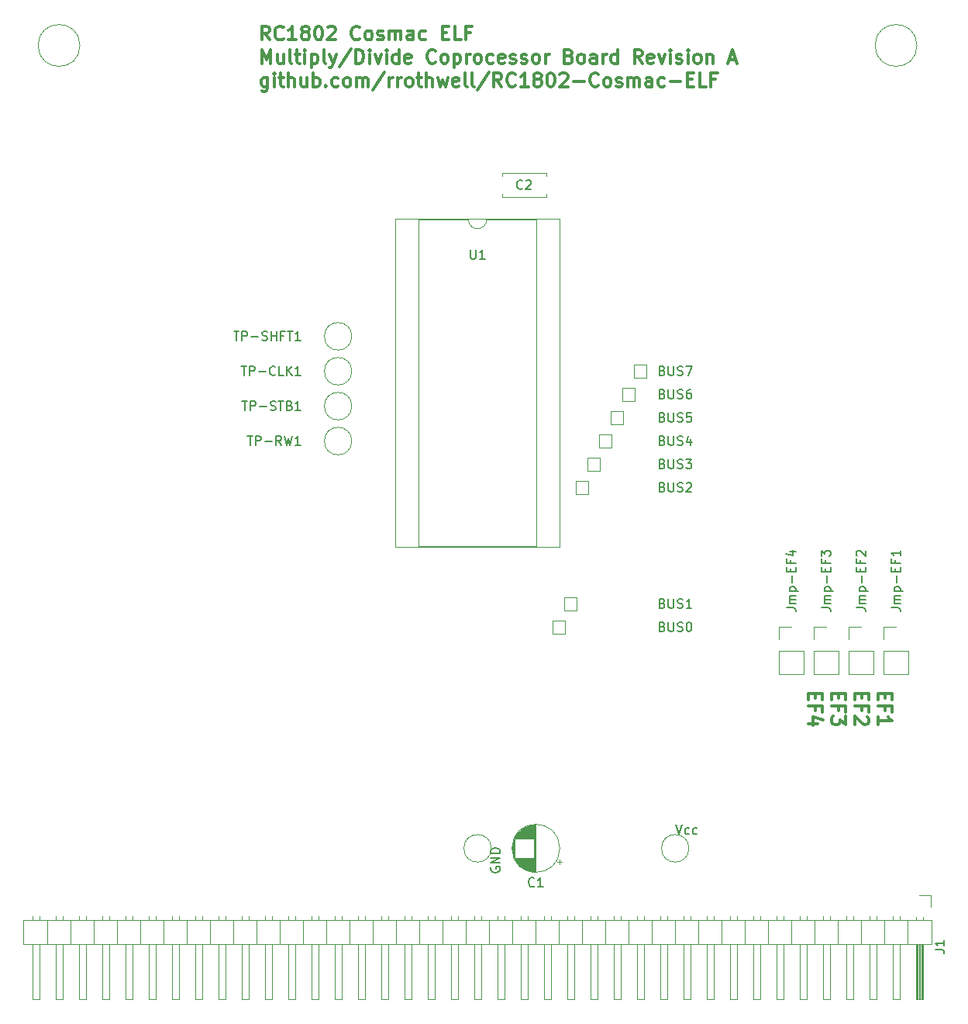
<source format=gto>
G04 #@! TF.GenerationSoftware,KiCad,Pcbnew,(5.1.9)-1*
G04 #@! TF.CreationDate,2025-02-21T20:03:25+11:00*
G04 #@! TF.ProjectId,RC1802  Integer Math Coprocessor,52433138-3032-4202-9049-6e7465676572,A*
G04 #@! TF.SameCoordinates,Original*
G04 #@! TF.FileFunction,Legend,Top*
G04 #@! TF.FilePolarity,Positive*
%FSLAX46Y46*%
G04 Gerber Fmt 4.6, Leading zero omitted, Abs format (unit mm)*
G04 Created by KiCad (PCBNEW (5.1.9)-1) date 2025-02-21 20:03:25*
%MOMM*%
%LPD*%
G01*
G04 APERTURE LIST*
%ADD10C,0.300000*%
%ADD11C,0.120000*%
%ADD12C,0.150000*%
G04 APERTURE END LIST*
D10*
X200767142Y-112621428D02*
X200767142Y-113121428D01*
X199981428Y-113335714D02*
X199981428Y-112621428D01*
X201481428Y-112621428D01*
X201481428Y-113335714D01*
X200767142Y-114478571D02*
X200767142Y-113978571D01*
X199981428Y-113978571D02*
X201481428Y-113978571D01*
X201481428Y-114692857D01*
X199981428Y-116050000D02*
X199981428Y-115192857D01*
X199981428Y-115621428D02*
X201481428Y-115621428D01*
X201267142Y-115478571D01*
X201124285Y-115335714D01*
X201052857Y-115192857D01*
X193147142Y-112621428D02*
X193147142Y-113121428D01*
X192361428Y-113335714D02*
X192361428Y-112621428D01*
X193861428Y-112621428D01*
X193861428Y-113335714D01*
X193147142Y-114478571D02*
X193147142Y-113978571D01*
X192361428Y-113978571D02*
X193861428Y-113978571D01*
X193861428Y-114692857D01*
X193361428Y-115907142D02*
X192361428Y-115907142D01*
X193932857Y-115550000D02*
X192861428Y-115192857D01*
X192861428Y-116121428D01*
X195687142Y-112621428D02*
X195687142Y-113121428D01*
X194901428Y-113335714D02*
X194901428Y-112621428D01*
X196401428Y-112621428D01*
X196401428Y-113335714D01*
X195687142Y-114478571D02*
X195687142Y-113978571D01*
X194901428Y-113978571D02*
X196401428Y-113978571D01*
X196401428Y-114692857D01*
X196401428Y-115121428D02*
X196401428Y-116050000D01*
X195830000Y-115550000D01*
X195830000Y-115764285D01*
X195758571Y-115907142D01*
X195687142Y-115978571D01*
X195544285Y-116050000D01*
X195187142Y-116050000D01*
X195044285Y-115978571D01*
X194972857Y-115907142D01*
X194901428Y-115764285D01*
X194901428Y-115335714D01*
X194972857Y-115192857D01*
X195044285Y-115121428D01*
X198227142Y-112621428D02*
X198227142Y-113121428D01*
X197441428Y-113335714D02*
X197441428Y-112621428D01*
X198941428Y-112621428D01*
X198941428Y-113335714D01*
X198227142Y-114478571D02*
X198227142Y-113978571D01*
X197441428Y-113978571D02*
X198941428Y-113978571D01*
X198941428Y-114692857D01*
X198798571Y-115192857D02*
X198870000Y-115264285D01*
X198941428Y-115407142D01*
X198941428Y-115764285D01*
X198870000Y-115907142D01*
X198798571Y-115978571D01*
X198655714Y-116050000D01*
X198512857Y-116050000D01*
X198298571Y-115978571D01*
X197441428Y-115121428D01*
X197441428Y-116050000D01*
X133489285Y-41308571D02*
X132989285Y-40594285D01*
X132632142Y-41308571D02*
X132632142Y-39808571D01*
X133203571Y-39808571D01*
X133346428Y-39880000D01*
X133417857Y-39951428D01*
X133489285Y-40094285D01*
X133489285Y-40308571D01*
X133417857Y-40451428D01*
X133346428Y-40522857D01*
X133203571Y-40594285D01*
X132632142Y-40594285D01*
X134989285Y-41165714D02*
X134917857Y-41237142D01*
X134703571Y-41308571D01*
X134560714Y-41308571D01*
X134346428Y-41237142D01*
X134203571Y-41094285D01*
X134132142Y-40951428D01*
X134060714Y-40665714D01*
X134060714Y-40451428D01*
X134132142Y-40165714D01*
X134203571Y-40022857D01*
X134346428Y-39880000D01*
X134560714Y-39808571D01*
X134703571Y-39808571D01*
X134917857Y-39880000D01*
X134989285Y-39951428D01*
X136417857Y-41308571D02*
X135560714Y-41308571D01*
X135989285Y-41308571D02*
X135989285Y-39808571D01*
X135846428Y-40022857D01*
X135703571Y-40165714D01*
X135560714Y-40237142D01*
X137275000Y-40451428D02*
X137132142Y-40380000D01*
X137060714Y-40308571D01*
X136989285Y-40165714D01*
X136989285Y-40094285D01*
X137060714Y-39951428D01*
X137132142Y-39880000D01*
X137275000Y-39808571D01*
X137560714Y-39808571D01*
X137703571Y-39880000D01*
X137775000Y-39951428D01*
X137846428Y-40094285D01*
X137846428Y-40165714D01*
X137775000Y-40308571D01*
X137703571Y-40380000D01*
X137560714Y-40451428D01*
X137275000Y-40451428D01*
X137132142Y-40522857D01*
X137060714Y-40594285D01*
X136989285Y-40737142D01*
X136989285Y-41022857D01*
X137060714Y-41165714D01*
X137132142Y-41237142D01*
X137275000Y-41308571D01*
X137560714Y-41308571D01*
X137703571Y-41237142D01*
X137775000Y-41165714D01*
X137846428Y-41022857D01*
X137846428Y-40737142D01*
X137775000Y-40594285D01*
X137703571Y-40522857D01*
X137560714Y-40451428D01*
X138775000Y-39808571D02*
X138917857Y-39808571D01*
X139060714Y-39880000D01*
X139132142Y-39951428D01*
X139203571Y-40094285D01*
X139275000Y-40380000D01*
X139275000Y-40737142D01*
X139203571Y-41022857D01*
X139132142Y-41165714D01*
X139060714Y-41237142D01*
X138917857Y-41308571D01*
X138775000Y-41308571D01*
X138632142Y-41237142D01*
X138560714Y-41165714D01*
X138489285Y-41022857D01*
X138417857Y-40737142D01*
X138417857Y-40380000D01*
X138489285Y-40094285D01*
X138560714Y-39951428D01*
X138632142Y-39880000D01*
X138775000Y-39808571D01*
X139846428Y-39951428D02*
X139917857Y-39880000D01*
X140060714Y-39808571D01*
X140417857Y-39808571D01*
X140560714Y-39880000D01*
X140632142Y-39951428D01*
X140703571Y-40094285D01*
X140703571Y-40237142D01*
X140632142Y-40451428D01*
X139775000Y-41308571D01*
X140703571Y-41308571D01*
X143346428Y-41165714D02*
X143275000Y-41237142D01*
X143060714Y-41308571D01*
X142917857Y-41308571D01*
X142703571Y-41237142D01*
X142560714Y-41094285D01*
X142489285Y-40951428D01*
X142417857Y-40665714D01*
X142417857Y-40451428D01*
X142489285Y-40165714D01*
X142560714Y-40022857D01*
X142703571Y-39880000D01*
X142917857Y-39808571D01*
X143060714Y-39808571D01*
X143275000Y-39880000D01*
X143346428Y-39951428D01*
X144203571Y-41308571D02*
X144060714Y-41237142D01*
X143989285Y-41165714D01*
X143917857Y-41022857D01*
X143917857Y-40594285D01*
X143989285Y-40451428D01*
X144060714Y-40380000D01*
X144203571Y-40308571D01*
X144417857Y-40308571D01*
X144560714Y-40380000D01*
X144632142Y-40451428D01*
X144703571Y-40594285D01*
X144703571Y-41022857D01*
X144632142Y-41165714D01*
X144560714Y-41237142D01*
X144417857Y-41308571D01*
X144203571Y-41308571D01*
X145275000Y-41237142D02*
X145417857Y-41308571D01*
X145703571Y-41308571D01*
X145846428Y-41237142D01*
X145917857Y-41094285D01*
X145917857Y-41022857D01*
X145846428Y-40880000D01*
X145703571Y-40808571D01*
X145489285Y-40808571D01*
X145346428Y-40737142D01*
X145275000Y-40594285D01*
X145275000Y-40522857D01*
X145346428Y-40380000D01*
X145489285Y-40308571D01*
X145703571Y-40308571D01*
X145846428Y-40380000D01*
X146560714Y-41308571D02*
X146560714Y-40308571D01*
X146560714Y-40451428D02*
X146632142Y-40380000D01*
X146775000Y-40308571D01*
X146989285Y-40308571D01*
X147132142Y-40380000D01*
X147203571Y-40522857D01*
X147203571Y-41308571D01*
X147203571Y-40522857D02*
X147275000Y-40380000D01*
X147417857Y-40308571D01*
X147632142Y-40308571D01*
X147775000Y-40380000D01*
X147846428Y-40522857D01*
X147846428Y-41308571D01*
X149203571Y-41308571D02*
X149203571Y-40522857D01*
X149132142Y-40380000D01*
X148989285Y-40308571D01*
X148703571Y-40308571D01*
X148560714Y-40380000D01*
X149203571Y-41237142D02*
X149060714Y-41308571D01*
X148703571Y-41308571D01*
X148560714Y-41237142D01*
X148489285Y-41094285D01*
X148489285Y-40951428D01*
X148560714Y-40808571D01*
X148703571Y-40737142D01*
X149060714Y-40737142D01*
X149203571Y-40665714D01*
X150560714Y-41237142D02*
X150417857Y-41308571D01*
X150132142Y-41308571D01*
X149989285Y-41237142D01*
X149917857Y-41165714D01*
X149846428Y-41022857D01*
X149846428Y-40594285D01*
X149917857Y-40451428D01*
X149989285Y-40380000D01*
X150132142Y-40308571D01*
X150417857Y-40308571D01*
X150560714Y-40380000D01*
X152346428Y-40522857D02*
X152846428Y-40522857D01*
X153060714Y-41308571D02*
X152346428Y-41308571D01*
X152346428Y-39808571D01*
X153060714Y-39808571D01*
X154417857Y-41308571D02*
X153703571Y-41308571D01*
X153703571Y-39808571D01*
X155417857Y-40522857D02*
X154917857Y-40522857D01*
X154917857Y-41308571D02*
X154917857Y-39808571D01*
X155632142Y-39808571D01*
X132632142Y-43858571D02*
X132632142Y-42358571D01*
X133132142Y-43430000D01*
X133632142Y-42358571D01*
X133632142Y-43858571D01*
X134989285Y-42858571D02*
X134989285Y-43858571D01*
X134346428Y-42858571D02*
X134346428Y-43644285D01*
X134417857Y-43787142D01*
X134560714Y-43858571D01*
X134775000Y-43858571D01*
X134917857Y-43787142D01*
X134989285Y-43715714D01*
X135917857Y-43858571D02*
X135775000Y-43787142D01*
X135703571Y-43644285D01*
X135703571Y-42358571D01*
X136275000Y-42858571D02*
X136846428Y-42858571D01*
X136489285Y-42358571D02*
X136489285Y-43644285D01*
X136560714Y-43787142D01*
X136703571Y-43858571D01*
X136846428Y-43858571D01*
X137346428Y-43858571D02*
X137346428Y-42858571D01*
X137346428Y-42358571D02*
X137275000Y-42430000D01*
X137346428Y-42501428D01*
X137417857Y-42430000D01*
X137346428Y-42358571D01*
X137346428Y-42501428D01*
X138060714Y-42858571D02*
X138060714Y-44358571D01*
X138060714Y-42930000D02*
X138203571Y-42858571D01*
X138489285Y-42858571D01*
X138632142Y-42930000D01*
X138703571Y-43001428D01*
X138775000Y-43144285D01*
X138775000Y-43572857D01*
X138703571Y-43715714D01*
X138632142Y-43787142D01*
X138489285Y-43858571D01*
X138203571Y-43858571D01*
X138060714Y-43787142D01*
X139632142Y-43858571D02*
X139489285Y-43787142D01*
X139417857Y-43644285D01*
X139417857Y-42358571D01*
X140060714Y-42858571D02*
X140417857Y-43858571D01*
X140775000Y-42858571D02*
X140417857Y-43858571D01*
X140275000Y-44215714D01*
X140203571Y-44287142D01*
X140060714Y-44358571D01*
X142417857Y-42287142D02*
X141132142Y-44215714D01*
X142917857Y-43858571D02*
X142917857Y-42358571D01*
X143275000Y-42358571D01*
X143489285Y-42430000D01*
X143632142Y-42572857D01*
X143703571Y-42715714D01*
X143775000Y-43001428D01*
X143775000Y-43215714D01*
X143703571Y-43501428D01*
X143632142Y-43644285D01*
X143489285Y-43787142D01*
X143275000Y-43858571D01*
X142917857Y-43858571D01*
X144417857Y-43858571D02*
X144417857Y-42858571D01*
X144417857Y-42358571D02*
X144346428Y-42430000D01*
X144417857Y-42501428D01*
X144489285Y-42430000D01*
X144417857Y-42358571D01*
X144417857Y-42501428D01*
X144989285Y-42858571D02*
X145346428Y-43858571D01*
X145703571Y-42858571D01*
X146275000Y-43858571D02*
X146275000Y-42858571D01*
X146275000Y-42358571D02*
X146203571Y-42430000D01*
X146275000Y-42501428D01*
X146346428Y-42430000D01*
X146275000Y-42358571D01*
X146275000Y-42501428D01*
X147632142Y-43858571D02*
X147632142Y-42358571D01*
X147632142Y-43787142D02*
X147489285Y-43858571D01*
X147203571Y-43858571D01*
X147060714Y-43787142D01*
X146989285Y-43715714D01*
X146917857Y-43572857D01*
X146917857Y-43144285D01*
X146989285Y-43001428D01*
X147060714Y-42930000D01*
X147203571Y-42858571D01*
X147489285Y-42858571D01*
X147632142Y-42930000D01*
X148917857Y-43787142D02*
X148775000Y-43858571D01*
X148489285Y-43858571D01*
X148346428Y-43787142D01*
X148275000Y-43644285D01*
X148275000Y-43072857D01*
X148346428Y-42930000D01*
X148489285Y-42858571D01*
X148775000Y-42858571D01*
X148917857Y-42930000D01*
X148989285Y-43072857D01*
X148989285Y-43215714D01*
X148275000Y-43358571D01*
X151632142Y-43715714D02*
X151560714Y-43787142D01*
X151346428Y-43858571D01*
X151203571Y-43858571D01*
X150989285Y-43787142D01*
X150846428Y-43644285D01*
X150775000Y-43501428D01*
X150703571Y-43215714D01*
X150703571Y-43001428D01*
X150775000Y-42715714D01*
X150846428Y-42572857D01*
X150989285Y-42430000D01*
X151203571Y-42358571D01*
X151346428Y-42358571D01*
X151560714Y-42430000D01*
X151632142Y-42501428D01*
X152489285Y-43858571D02*
X152346428Y-43787142D01*
X152275000Y-43715714D01*
X152203571Y-43572857D01*
X152203571Y-43144285D01*
X152275000Y-43001428D01*
X152346428Y-42930000D01*
X152489285Y-42858571D01*
X152703571Y-42858571D01*
X152846428Y-42930000D01*
X152917857Y-43001428D01*
X152989285Y-43144285D01*
X152989285Y-43572857D01*
X152917857Y-43715714D01*
X152846428Y-43787142D01*
X152703571Y-43858571D01*
X152489285Y-43858571D01*
X153632142Y-42858571D02*
X153632142Y-44358571D01*
X153632142Y-42930000D02*
X153775000Y-42858571D01*
X154060714Y-42858571D01*
X154203571Y-42930000D01*
X154275000Y-43001428D01*
X154346428Y-43144285D01*
X154346428Y-43572857D01*
X154275000Y-43715714D01*
X154203571Y-43787142D01*
X154060714Y-43858571D01*
X153775000Y-43858571D01*
X153632142Y-43787142D01*
X154989285Y-43858571D02*
X154989285Y-42858571D01*
X154989285Y-43144285D02*
X155060714Y-43001428D01*
X155132142Y-42930000D01*
X155275000Y-42858571D01*
X155417857Y-42858571D01*
X156132142Y-43858571D02*
X155989285Y-43787142D01*
X155917857Y-43715714D01*
X155846428Y-43572857D01*
X155846428Y-43144285D01*
X155917857Y-43001428D01*
X155989285Y-42930000D01*
X156132142Y-42858571D01*
X156346428Y-42858571D01*
X156489285Y-42930000D01*
X156560714Y-43001428D01*
X156632142Y-43144285D01*
X156632142Y-43572857D01*
X156560714Y-43715714D01*
X156489285Y-43787142D01*
X156346428Y-43858571D01*
X156132142Y-43858571D01*
X157917857Y-43787142D02*
X157775000Y-43858571D01*
X157489285Y-43858571D01*
X157346428Y-43787142D01*
X157275000Y-43715714D01*
X157203571Y-43572857D01*
X157203571Y-43144285D01*
X157275000Y-43001428D01*
X157346428Y-42930000D01*
X157489285Y-42858571D01*
X157775000Y-42858571D01*
X157917857Y-42930000D01*
X159132142Y-43787142D02*
X158989285Y-43858571D01*
X158703571Y-43858571D01*
X158560714Y-43787142D01*
X158489285Y-43644285D01*
X158489285Y-43072857D01*
X158560714Y-42930000D01*
X158703571Y-42858571D01*
X158989285Y-42858571D01*
X159132142Y-42930000D01*
X159203571Y-43072857D01*
X159203571Y-43215714D01*
X158489285Y-43358571D01*
X159775000Y-43787142D02*
X159917857Y-43858571D01*
X160203571Y-43858571D01*
X160346428Y-43787142D01*
X160417857Y-43644285D01*
X160417857Y-43572857D01*
X160346428Y-43430000D01*
X160203571Y-43358571D01*
X159989285Y-43358571D01*
X159846428Y-43287142D01*
X159775000Y-43144285D01*
X159775000Y-43072857D01*
X159846428Y-42930000D01*
X159989285Y-42858571D01*
X160203571Y-42858571D01*
X160346428Y-42930000D01*
X160989285Y-43787142D02*
X161132142Y-43858571D01*
X161417857Y-43858571D01*
X161560714Y-43787142D01*
X161632142Y-43644285D01*
X161632142Y-43572857D01*
X161560714Y-43430000D01*
X161417857Y-43358571D01*
X161203571Y-43358571D01*
X161060714Y-43287142D01*
X160989285Y-43144285D01*
X160989285Y-43072857D01*
X161060714Y-42930000D01*
X161203571Y-42858571D01*
X161417857Y-42858571D01*
X161560714Y-42930000D01*
X162489285Y-43858571D02*
X162346428Y-43787142D01*
X162275000Y-43715714D01*
X162203571Y-43572857D01*
X162203571Y-43144285D01*
X162275000Y-43001428D01*
X162346428Y-42930000D01*
X162489285Y-42858571D01*
X162703571Y-42858571D01*
X162846428Y-42930000D01*
X162917857Y-43001428D01*
X162989285Y-43144285D01*
X162989285Y-43572857D01*
X162917857Y-43715714D01*
X162846428Y-43787142D01*
X162703571Y-43858571D01*
X162489285Y-43858571D01*
X163632142Y-43858571D02*
X163632142Y-42858571D01*
X163632142Y-43144285D02*
X163703571Y-43001428D01*
X163775000Y-42930000D01*
X163917857Y-42858571D01*
X164060714Y-42858571D01*
X166203571Y-43072857D02*
X166417857Y-43144285D01*
X166489285Y-43215714D01*
X166560714Y-43358571D01*
X166560714Y-43572857D01*
X166489285Y-43715714D01*
X166417857Y-43787142D01*
X166275000Y-43858571D01*
X165703571Y-43858571D01*
X165703571Y-42358571D01*
X166203571Y-42358571D01*
X166346428Y-42430000D01*
X166417857Y-42501428D01*
X166489285Y-42644285D01*
X166489285Y-42787142D01*
X166417857Y-42930000D01*
X166346428Y-43001428D01*
X166203571Y-43072857D01*
X165703571Y-43072857D01*
X167417857Y-43858571D02*
X167275000Y-43787142D01*
X167203571Y-43715714D01*
X167132142Y-43572857D01*
X167132142Y-43144285D01*
X167203571Y-43001428D01*
X167275000Y-42930000D01*
X167417857Y-42858571D01*
X167632142Y-42858571D01*
X167775000Y-42930000D01*
X167846428Y-43001428D01*
X167917857Y-43144285D01*
X167917857Y-43572857D01*
X167846428Y-43715714D01*
X167775000Y-43787142D01*
X167632142Y-43858571D01*
X167417857Y-43858571D01*
X169203571Y-43858571D02*
X169203571Y-43072857D01*
X169132142Y-42930000D01*
X168989285Y-42858571D01*
X168703571Y-42858571D01*
X168560714Y-42930000D01*
X169203571Y-43787142D02*
X169060714Y-43858571D01*
X168703571Y-43858571D01*
X168560714Y-43787142D01*
X168489285Y-43644285D01*
X168489285Y-43501428D01*
X168560714Y-43358571D01*
X168703571Y-43287142D01*
X169060714Y-43287142D01*
X169203571Y-43215714D01*
X169917857Y-43858571D02*
X169917857Y-42858571D01*
X169917857Y-43144285D02*
X169989285Y-43001428D01*
X170060714Y-42930000D01*
X170203571Y-42858571D01*
X170346428Y-42858571D01*
X171489285Y-43858571D02*
X171489285Y-42358571D01*
X171489285Y-43787142D02*
X171346428Y-43858571D01*
X171060714Y-43858571D01*
X170917857Y-43787142D01*
X170846428Y-43715714D01*
X170775000Y-43572857D01*
X170775000Y-43144285D01*
X170846428Y-43001428D01*
X170917857Y-42930000D01*
X171060714Y-42858571D01*
X171346428Y-42858571D01*
X171489285Y-42930000D01*
X174203571Y-43858571D02*
X173703571Y-43144285D01*
X173346428Y-43858571D02*
X173346428Y-42358571D01*
X173917857Y-42358571D01*
X174060714Y-42430000D01*
X174132142Y-42501428D01*
X174203571Y-42644285D01*
X174203571Y-42858571D01*
X174132142Y-43001428D01*
X174060714Y-43072857D01*
X173917857Y-43144285D01*
X173346428Y-43144285D01*
X175417857Y-43787142D02*
X175275000Y-43858571D01*
X174989285Y-43858571D01*
X174846428Y-43787142D01*
X174775000Y-43644285D01*
X174775000Y-43072857D01*
X174846428Y-42930000D01*
X174989285Y-42858571D01*
X175275000Y-42858571D01*
X175417857Y-42930000D01*
X175489285Y-43072857D01*
X175489285Y-43215714D01*
X174775000Y-43358571D01*
X175989285Y-42858571D02*
X176346428Y-43858571D01*
X176703571Y-42858571D01*
X177275000Y-43858571D02*
X177275000Y-42858571D01*
X177275000Y-42358571D02*
X177203571Y-42430000D01*
X177275000Y-42501428D01*
X177346428Y-42430000D01*
X177275000Y-42358571D01*
X177275000Y-42501428D01*
X177917857Y-43787142D02*
X178060714Y-43858571D01*
X178346428Y-43858571D01*
X178489285Y-43787142D01*
X178560714Y-43644285D01*
X178560714Y-43572857D01*
X178489285Y-43430000D01*
X178346428Y-43358571D01*
X178132142Y-43358571D01*
X177989285Y-43287142D01*
X177917857Y-43144285D01*
X177917857Y-43072857D01*
X177989285Y-42930000D01*
X178132142Y-42858571D01*
X178346428Y-42858571D01*
X178489285Y-42930000D01*
X179203571Y-43858571D02*
X179203571Y-42858571D01*
X179203571Y-42358571D02*
X179132142Y-42430000D01*
X179203571Y-42501428D01*
X179275000Y-42430000D01*
X179203571Y-42358571D01*
X179203571Y-42501428D01*
X180132142Y-43858571D02*
X179989285Y-43787142D01*
X179917857Y-43715714D01*
X179846428Y-43572857D01*
X179846428Y-43144285D01*
X179917857Y-43001428D01*
X179989285Y-42930000D01*
X180132142Y-42858571D01*
X180346428Y-42858571D01*
X180489285Y-42930000D01*
X180560714Y-43001428D01*
X180632142Y-43144285D01*
X180632142Y-43572857D01*
X180560714Y-43715714D01*
X180489285Y-43787142D01*
X180346428Y-43858571D01*
X180132142Y-43858571D01*
X181275000Y-42858571D02*
X181275000Y-43858571D01*
X181275000Y-43001428D02*
X181346428Y-42930000D01*
X181489285Y-42858571D01*
X181703571Y-42858571D01*
X181846428Y-42930000D01*
X181917857Y-43072857D01*
X181917857Y-43858571D01*
X183703571Y-43430000D02*
X184417857Y-43430000D01*
X183560714Y-43858571D02*
X184060714Y-42358571D01*
X184560714Y-43858571D01*
X133275000Y-45408571D02*
X133275000Y-46622857D01*
X133203571Y-46765714D01*
X133132142Y-46837142D01*
X132989285Y-46908571D01*
X132775000Y-46908571D01*
X132632142Y-46837142D01*
X133275000Y-46337142D02*
X133132142Y-46408571D01*
X132846428Y-46408571D01*
X132703571Y-46337142D01*
X132632142Y-46265714D01*
X132560714Y-46122857D01*
X132560714Y-45694285D01*
X132632142Y-45551428D01*
X132703571Y-45480000D01*
X132846428Y-45408571D01*
X133132142Y-45408571D01*
X133275000Y-45480000D01*
X133989285Y-46408571D02*
X133989285Y-45408571D01*
X133989285Y-44908571D02*
X133917857Y-44980000D01*
X133989285Y-45051428D01*
X134060714Y-44980000D01*
X133989285Y-44908571D01*
X133989285Y-45051428D01*
X134489285Y-45408571D02*
X135060714Y-45408571D01*
X134703571Y-44908571D02*
X134703571Y-46194285D01*
X134775000Y-46337142D01*
X134917857Y-46408571D01*
X135060714Y-46408571D01*
X135560714Y-46408571D02*
X135560714Y-44908571D01*
X136203571Y-46408571D02*
X136203571Y-45622857D01*
X136132142Y-45480000D01*
X135989285Y-45408571D01*
X135775000Y-45408571D01*
X135632142Y-45480000D01*
X135560714Y-45551428D01*
X137560714Y-45408571D02*
X137560714Y-46408571D01*
X136917857Y-45408571D02*
X136917857Y-46194285D01*
X136989285Y-46337142D01*
X137132142Y-46408571D01*
X137346428Y-46408571D01*
X137489285Y-46337142D01*
X137560714Y-46265714D01*
X138275000Y-46408571D02*
X138275000Y-44908571D01*
X138275000Y-45480000D02*
X138417857Y-45408571D01*
X138703571Y-45408571D01*
X138846428Y-45480000D01*
X138917857Y-45551428D01*
X138989285Y-45694285D01*
X138989285Y-46122857D01*
X138917857Y-46265714D01*
X138846428Y-46337142D01*
X138703571Y-46408571D01*
X138417857Y-46408571D01*
X138275000Y-46337142D01*
X139632142Y-46265714D02*
X139703571Y-46337142D01*
X139632142Y-46408571D01*
X139560714Y-46337142D01*
X139632142Y-46265714D01*
X139632142Y-46408571D01*
X140989285Y-46337142D02*
X140846428Y-46408571D01*
X140560714Y-46408571D01*
X140417857Y-46337142D01*
X140346428Y-46265714D01*
X140275000Y-46122857D01*
X140275000Y-45694285D01*
X140346428Y-45551428D01*
X140417857Y-45480000D01*
X140560714Y-45408571D01*
X140846428Y-45408571D01*
X140989285Y-45480000D01*
X141846428Y-46408571D02*
X141703571Y-46337142D01*
X141632142Y-46265714D01*
X141560714Y-46122857D01*
X141560714Y-45694285D01*
X141632142Y-45551428D01*
X141703571Y-45480000D01*
X141846428Y-45408571D01*
X142060714Y-45408571D01*
X142203571Y-45480000D01*
X142275000Y-45551428D01*
X142346428Y-45694285D01*
X142346428Y-46122857D01*
X142275000Y-46265714D01*
X142203571Y-46337142D01*
X142060714Y-46408571D01*
X141846428Y-46408571D01*
X142989285Y-46408571D02*
X142989285Y-45408571D01*
X142989285Y-45551428D02*
X143060714Y-45480000D01*
X143203571Y-45408571D01*
X143417857Y-45408571D01*
X143560714Y-45480000D01*
X143632142Y-45622857D01*
X143632142Y-46408571D01*
X143632142Y-45622857D02*
X143703571Y-45480000D01*
X143846428Y-45408571D01*
X144060714Y-45408571D01*
X144203571Y-45480000D01*
X144275000Y-45622857D01*
X144275000Y-46408571D01*
X146060714Y-44837142D02*
X144775000Y-46765714D01*
X146560714Y-46408571D02*
X146560714Y-45408571D01*
X146560714Y-45694285D02*
X146632142Y-45551428D01*
X146703571Y-45480000D01*
X146846428Y-45408571D01*
X146989285Y-45408571D01*
X147489285Y-46408571D02*
X147489285Y-45408571D01*
X147489285Y-45694285D02*
X147560714Y-45551428D01*
X147632142Y-45480000D01*
X147775000Y-45408571D01*
X147917857Y-45408571D01*
X148632142Y-46408571D02*
X148489285Y-46337142D01*
X148417857Y-46265714D01*
X148346428Y-46122857D01*
X148346428Y-45694285D01*
X148417857Y-45551428D01*
X148489285Y-45480000D01*
X148632142Y-45408571D01*
X148846428Y-45408571D01*
X148989285Y-45480000D01*
X149060714Y-45551428D01*
X149132142Y-45694285D01*
X149132142Y-46122857D01*
X149060714Y-46265714D01*
X148989285Y-46337142D01*
X148846428Y-46408571D01*
X148632142Y-46408571D01*
X149560714Y-45408571D02*
X150132142Y-45408571D01*
X149775000Y-44908571D02*
X149775000Y-46194285D01*
X149846428Y-46337142D01*
X149989285Y-46408571D01*
X150132142Y-46408571D01*
X150632142Y-46408571D02*
X150632142Y-44908571D01*
X151275000Y-46408571D02*
X151275000Y-45622857D01*
X151203571Y-45480000D01*
X151060714Y-45408571D01*
X150846428Y-45408571D01*
X150703571Y-45480000D01*
X150632142Y-45551428D01*
X151846428Y-45408571D02*
X152132142Y-46408571D01*
X152417857Y-45694285D01*
X152703571Y-46408571D01*
X152989285Y-45408571D01*
X154132142Y-46337142D02*
X153989285Y-46408571D01*
X153703571Y-46408571D01*
X153560714Y-46337142D01*
X153489285Y-46194285D01*
X153489285Y-45622857D01*
X153560714Y-45480000D01*
X153703571Y-45408571D01*
X153989285Y-45408571D01*
X154132142Y-45480000D01*
X154203571Y-45622857D01*
X154203571Y-45765714D01*
X153489285Y-45908571D01*
X155060714Y-46408571D02*
X154917857Y-46337142D01*
X154846428Y-46194285D01*
X154846428Y-44908571D01*
X155846428Y-46408571D02*
X155703571Y-46337142D01*
X155632142Y-46194285D01*
X155632142Y-44908571D01*
X157489285Y-44837142D02*
X156203571Y-46765714D01*
X158846428Y-46408571D02*
X158346428Y-45694285D01*
X157989285Y-46408571D02*
X157989285Y-44908571D01*
X158560714Y-44908571D01*
X158703571Y-44980000D01*
X158775000Y-45051428D01*
X158846428Y-45194285D01*
X158846428Y-45408571D01*
X158775000Y-45551428D01*
X158703571Y-45622857D01*
X158560714Y-45694285D01*
X157989285Y-45694285D01*
X160346428Y-46265714D02*
X160275000Y-46337142D01*
X160060714Y-46408571D01*
X159917857Y-46408571D01*
X159703571Y-46337142D01*
X159560714Y-46194285D01*
X159489285Y-46051428D01*
X159417857Y-45765714D01*
X159417857Y-45551428D01*
X159489285Y-45265714D01*
X159560714Y-45122857D01*
X159703571Y-44980000D01*
X159917857Y-44908571D01*
X160060714Y-44908571D01*
X160275000Y-44980000D01*
X160346428Y-45051428D01*
X161775000Y-46408571D02*
X160917857Y-46408571D01*
X161346428Y-46408571D02*
X161346428Y-44908571D01*
X161203571Y-45122857D01*
X161060714Y-45265714D01*
X160917857Y-45337142D01*
X162632142Y-45551428D02*
X162489285Y-45480000D01*
X162417857Y-45408571D01*
X162346428Y-45265714D01*
X162346428Y-45194285D01*
X162417857Y-45051428D01*
X162489285Y-44980000D01*
X162632142Y-44908571D01*
X162917857Y-44908571D01*
X163060714Y-44980000D01*
X163132142Y-45051428D01*
X163203571Y-45194285D01*
X163203571Y-45265714D01*
X163132142Y-45408571D01*
X163060714Y-45480000D01*
X162917857Y-45551428D01*
X162632142Y-45551428D01*
X162489285Y-45622857D01*
X162417857Y-45694285D01*
X162346428Y-45837142D01*
X162346428Y-46122857D01*
X162417857Y-46265714D01*
X162489285Y-46337142D01*
X162632142Y-46408571D01*
X162917857Y-46408571D01*
X163060714Y-46337142D01*
X163132142Y-46265714D01*
X163203571Y-46122857D01*
X163203571Y-45837142D01*
X163132142Y-45694285D01*
X163060714Y-45622857D01*
X162917857Y-45551428D01*
X164132142Y-44908571D02*
X164275000Y-44908571D01*
X164417857Y-44980000D01*
X164489285Y-45051428D01*
X164560714Y-45194285D01*
X164632142Y-45480000D01*
X164632142Y-45837142D01*
X164560714Y-46122857D01*
X164489285Y-46265714D01*
X164417857Y-46337142D01*
X164275000Y-46408571D01*
X164132142Y-46408571D01*
X163989285Y-46337142D01*
X163917857Y-46265714D01*
X163846428Y-46122857D01*
X163775000Y-45837142D01*
X163775000Y-45480000D01*
X163846428Y-45194285D01*
X163917857Y-45051428D01*
X163989285Y-44980000D01*
X164132142Y-44908571D01*
X165203571Y-45051428D02*
X165275000Y-44980000D01*
X165417857Y-44908571D01*
X165775000Y-44908571D01*
X165917857Y-44980000D01*
X165989285Y-45051428D01*
X166060714Y-45194285D01*
X166060714Y-45337142D01*
X165989285Y-45551428D01*
X165132142Y-46408571D01*
X166060714Y-46408571D01*
X166703571Y-45837142D02*
X167846428Y-45837142D01*
X169417857Y-46265714D02*
X169346428Y-46337142D01*
X169132142Y-46408571D01*
X168989285Y-46408571D01*
X168775000Y-46337142D01*
X168632142Y-46194285D01*
X168560714Y-46051428D01*
X168489285Y-45765714D01*
X168489285Y-45551428D01*
X168560714Y-45265714D01*
X168632142Y-45122857D01*
X168775000Y-44980000D01*
X168989285Y-44908571D01*
X169132142Y-44908571D01*
X169346428Y-44980000D01*
X169417857Y-45051428D01*
X170275000Y-46408571D02*
X170132142Y-46337142D01*
X170060714Y-46265714D01*
X169989285Y-46122857D01*
X169989285Y-45694285D01*
X170060714Y-45551428D01*
X170132142Y-45480000D01*
X170275000Y-45408571D01*
X170489285Y-45408571D01*
X170632142Y-45480000D01*
X170703571Y-45551428D01*
X170775000Y-45694285D01*
X170775000Y-46122857D01*
X170703571Y-46265714D01*
X170632142Y-46337142D01*
X170489285Y-46408571D01*
X170275000Y-46408571D01*
X171346428Y-46337142D02*
X171489285Y-46408571D01*
X171775000Y-46408571D01*
X171917857Y-46337142D01*
X171989285Y-46194285D01*
X171989285Y-46122857D01*
X171917857Y-45980000D01*
X171775000Y-45908571D01*
X171560714Y-45908571D01*
X171417857Y-45837142D01*
X171346428Y-45694285D01*
X171346428Y-45622857D01*
X171417857Y-45480000D01*
X171560714Y-45408571D01*
X171775000Y-45408571D01*
X171917857Y-45480000D01*
X172632142Y-46408571D02*
X172632142Y-45408571D01*
X172632142Y-45551428D02*
X172703571Y-45480000D01*
X172846428Y-45408571D01*
X173060714Y-45408571D01*
X173203571Y-45480000D01*
X173275000Y-45622857D01*
X173275000Y-46408571D01*
X173275000Y-45622857D02*
X173346428Y-45480000D01*
X173489285Y-45408571D01*
X173703571Y-45408571D01*
X173846428Y-45480000D01*
X173917857Y-45622857D01*
X173917857Y-46408571D01*
X175275000Y-46408571D02*
X175275000Y-45622857D01*
X175203571Y-45480000D01*
X175060714Y-45408571D01*
X174775000Y-45408571D01*
X174632142Y-45480000D01*
X175275000Y-46337142D02*
X175132142Y-46408571D01*
X174775000Y-46408571D01*
X174632142Y-46337142D01*
X174560714Y-46194285D01*
X174560714Y-46051428D01*
X174632142Y-45908571D01*
X174775000Y-45837142D01*
X175132142Y-45837142D01*
X175275000Y-45765714D01*
X176632142Y-46337142D02*
X176489285Y-46408571D01*
X176203571Y-46408571D01*
X176060714Y-46337142D01*
X175989285Y-46265714D01*
X175917857Y-46122857D01*
X175917857Y-45694285D01*
X175989285Y-45551428D01*
X176060714Y-45480000D01*
X176203571Y-45408571D01*
X176489285Y-45408571D01*
X176632142Y-45480000D01*
X177275000Y-45837142D02*
X178417857Y-45837142D01*
X179132142Y-45622857D02*
X179632142Y-45622857D01*
X179846428Y-46408571D02*
X179132142Y-46408571D01*
X179132142Y-44908571D01*
X179846428Y-44908571D01*
X181203571Y-46408571D02*
X180489285Y-46408571D01*
X180489285Y-44908571D01*
X182203571Y-45622857D02*
X181703571Y-45622857D01*
X181703571Y-46408571D02*
X181703571Y-44908571D01*
X182417857Y-44908571D01*
D11*
X196790000Y-105350000D02*
X198120000Y-105350000D01*
X196790000Y-106680000D02*
X196790000Y-105350000D01*
X196790000Y-107950000D02*
X199450000Y-107950000D01*
X199450000Y-107950000D02*
X199450000Y-110550000D01*
X196790000Y-107950000D02*
X196790000Y-110550000D01*
X196790000Y-110550000D02*
X199450000Y-110550000D01*
X200600000Y-105350000D02*
X201930000Y-105350000D01*
X200600000Y-106680000D02*
X200600000Y-105350000D01*
X200600000Y-107950000D02*
X203260000Y-107950000D01*
X203260000Y-107950000D02*
X203260000Y-110550000D01*
X200600000Y-107950000D02*
X200600000Y-110550000D01*
X200600000Y-110550000D02*
X203260000Y-110550000D01*
X192980000Y-105350000D02*
X194310000Y-105350000D01*
X192980000Y-106680000D02*
X192980000Y-105350000D01*
X192980000Y-107950000D02*
X195640000Y-107950000D01*
X195640000Y-107950000D02*
X195640000Y-110550000D01*
X192980000Y-107950000D02*
X192980000Y-110550000D01*
X192980000Y-110550000D02*
X195640000Y-110550000D01*
X189170000Y-110550000D02*
X191830000Y-110550000D01*
X189170000Y-107950000D02*
X189170000Y-110550000D01*
X191830000Y-107950000D02*
X191830000Y-110550000D01*
X189170000Y-107950000D02*
X191830000Y-107950000D01*
X189170000Y-106680000D02*
X189170000Y-105350000D01*
X189170000Y-105350000D02*
X190500000Y-105350000D01*
X142470000Y-85090000D02*
G75*
G03*
X142470000Y-85090000I-1500000J0D01*
G01*
X142470000Y-77470000D02*
G75*
G03*
X142470000Y-77470000I-1500000J0D01*
G01*
X142470000Y-81280000D02*
G75*
G03*
X142470000Y-81280000I-1500000J0D01*
G01*
X142470000Y-73660000D02*
G75*
G03*
X142470000Y-73660000I-1500000J0D01*
G01*
X157710000Y-129540000D02*
G75*
G03*
X157710000Y-129540000I-1500000J0D01*
G01*
X179300000Y-129540000D02*
G75*
G03*
X179300000Y-129540000I-1500000J0D01*
G01*
X173290000Y-76770000D02*
X174690000Y-76770000D01*
X174690000Y-76770000D02*
X174690000Y-78170000D01*
X174690000Y-78170000D02*
X173290000Y-78170000D01*
X173290000Y-78170000D02*
X173290000Y-76770000D01*
X172020000Y-79310000D02*
X173420000Y-79310000D01*
X173420000Y-79310000D02*
X173420000Y-80710000D01*
X173420000Y-80710000D02*
X172020000Y-80710000D01*
X172020000Y-80710000D02*
X172020000Y-79310000D01*
X170750000Y-81850000D02*
X172150000Y-81850000D01*
X172150000Y-81850000D02*
X172150000Y-83250000D01*
X172150000Y-83250000D02*
X170750000Y-83250000D01*
X170750000Y-83250000D02*
X170750000Y-81850000D01*
X169480000Y-84390000D02*
X170880000Y-84390000D01*
X170880000Y-84390000D02*
X170880000Y-85790000D01*
X170880000Y-85790000D02*
X169480000Y-85790000D01*
X169480000Y-85790000D02*
X169480000Y-84390000D01*
X168210000Y-86930000D02*
X169610000Y-86930000D01*
X169610000Y-86930000D02*
X169610000Y-88330000D01*
X169610000Y-88330000D02*
X168210000Y-88330000D01*
X168210000Y-88330000D02*
X168210000Y-86930000D01*
X166940000Y-89470000D02*
X168340000Y-89470000D01*
X168340000Y-89470000D02*
X168340000Y-90870000D01*
X168340000Y-90870000D02*
X166940000Y-90870000D01*
X166940000Y-90870000D02*
X166940000Y-89470000D01*
X165670000Y-102170000D02*
X167070000Y-102170000D01*
X167070000Y-102170000D02*
X167070000Y-103570000D01*
X167070000Y-103570000D02*
X165670000Y-103570000D01*
X165670000Y-103570000D02*
X165670000Y-102170000D01*
X164400000Y-104710000D02*
X165800000Y-104710000D01*
X165800000Y-104710000D02*
X165800000Y-106110000D01*
X165800000Y-106110000D02*
X164400000Y-106110000D01*
X164400000Y-106110000D02*
X164400000Y-104710000D01*
X155210000Y-60900000D02*
X149750000Y-60900000D01*
X149750000Y-60900000D02*
X149750000Y-96580000D01*
X149750000Y-96580000D02*
X162670000Y-96580000D01*
X162670000Y-96580000D02*
X162670000Y-60900000D01*
X162670000Y-60900000D02*
X157210000Y-60900000D01*
X147260000Y-60840000D02*
X147260000Y-96640000D01*
X147260000Y-96640000D02*
X165160000Y-96640000D01*
X165160000Y-96640000D02*
X165160000Y-60840000D01*
X165160000Y-60840000D02*
X147260000Y-60840000D01*
X157210000Y-60900000D02*
G75*
G02*
X155210000Y-60900000I-1000000J0D01*
G01*
X205800000Y-137330000D02*
X106620000Y-137330000D01*
X106620000Y-137330000D02*
X106620000Y-139990000D01*
X106620000Y-139990000D02*
X205800000Y-139990000D01*
X205800000Y-139990000D02*
X205800000Y-137330000D01*
X204850000Y-139990000D02*
X204850000Y-145990000D01*
X204850000Y-145990000D02*
X204090000Y-145990000D01*
X204090000Y-145990000D02*
X204090000Y-139990000D01*
X204790000Y-139990000D02*
X204790000Y-145990000D01*
X204670000Y-139990000D02*
X204670000Y-145990000D01*
X204550000Y-139990000D02*
X204550000Y-145990000D01*
X204430000Y-139990000D02*
X204430000Y-145990000D01*
X204310000Y-139990000D02*
X204310000Y-145990000D01*
X204190000Y-139990000D02*
X204190000Y-145990000D01*
X204850000Y-137000000D02*
X204850000Y-137330000D01*
X204090000Y-137000000D02*
X204090000Y-137330000D01*
X203200000Y-137330000D02*
X203200000Y-139990000D01*
X202310000Y-139990000D02*
X202310000Y-145990000D01*
X202310000Y-145990000D02*
X201550000Y-145990000D01*
X201550000Y-145990000D02*
X201550000Y-139990000D01*
X202310000Y-136932929D02*
X202310000Y-137330000D01*
X201550000Y-136932929D02*
X201550000Y-137330000D01*
X200660000Y-137330000D02*
X200660000Y-139990000D01*
X199770000Y-139990000D02*
X199770000Y-145990000D01*
X199770000Y-145990000D02*
X199010000Y-145990000D01*
X199010000Y-145990000D02*
X199010000Y-139990000D01*
X199770000Y-136932929D02*
X199770000Y-137330000D01*
X199010000Y-136932929D02*
X199010000Y-137330000D01*
X198120000Y-137330000D02*
X198120000Y-139990000D01*
X197230000Y-139990000D02*
X197230000Y-145990000D01*
X197230000Y-145990000D02*
X196470000Y-145990000D01*
X196470000Y-145990000D02*
X196470000Y-139990000D01*
X197230000Y-136932929D02*
X197230000Y-137330000D01*
X196470000Y-136932929D02*
X196470000Y-137330000D01*
X195580000Y-137330000D02*
X195580000Y-139990000D01*
X194690000Y-139990000D02*
X194690000Y-145990000D01*
X194690000Y-145990000D02*
X193930000Y-145990000D01*
X193930000Y-145990000D02*
X193930000Y-139990000D01*
X194690000Y-136932929D02*
X194690000Y-137330000D01*
X193930000Y-136932929D02*
X193930000Y-137330000D01*
X193040000Y-137330000D02*
X193040000Y-139990000D01*
X192150000Y-139990000D02*
X192150000Y-145990000D01*
X192150000Y-145990000D02*
X191390000Y-145990000D01*
X191390000Y-145990000D02*
X191390000Y-139990000D01*
X192150000Y-136932929D02*
X192150000Y-137330000D01*
X191390000Y-136932929D02*
X191390000Y-137330000D01*
X190500000Y-137330000D02*
X190500000Y-139990000D01*
X189610000Y-139990000D02*
X189610000Y-145990000D01*
X189610000Y-145990000D02*
X188850000Y-145990000D01*
X188850000Y-145990000D02*
X188850000Y-139990000D01*
X189610000Y-136932929D02*
X189610000Y-137330000D01*
X188850000Y-136932929D02*
X188850000Y-137330000D01*
X187960000Y-137330000D02*
X187960000Y-139990000D01*
X187070000Y-139990000D02*
X187070000Y-145990000D01*
X187070000Y-145990000D02*
X186310000Y-145990000D01*
X186310000Y-145990000D02*
X186310000Y-139990000D01*
X187070000Y-136932929D02*
X187070000Y-137330000D01*
X186310000Y-136932929D02*
X186310000Y-137330000D01*
X185420000Y-137330000D02*
X185420000Y-139990000D01*
X184530000Y-139990000D02*
X184530000Y-145990000D01*
X184530000Y-145990000D02*
X183770000Y-145990000D01*
X183770000Y-145990000D02*
X183770000Y-139990000D01*
X184530000Y-136932929D02*
X184530000Y-137330000D01*
X183770000Y-136932929D02*
X183770000Y-137330000D01*
X182880000Y-137330000D02*
X182880000Y-139990000D01*
X181990000Y-139990000D02*
X181990000Y-145990000D01*
X181990000Y-145990000D02*
X181230000Y-145990000D01*
X181230000Y-145990000D02*
X181230000Y-139990000D01*
X181990000Y-136932929D02*
X181990000Y-137330000D01*
X181230000Y-136932929D02*
X181230000Y-137330000D01*
X180340000Y-137330000D02*
X180340000Y-139990000D01*
X179450000Y-139990000D02*
X179450000Y-145990000D01*
X179450000Y-145990000D02*
X178690000Y-145990000D01*
X178690000Y-145990000D02*
X178690000Y-139990000D01*
X179450000Y-136932929D02*
X179450000Y-137330000D01*
X178690000Y-136932929D02*
X178690000Y-137330000D01*
X177800000Y-137330000D02*
X177800000Y-139990000D01*
X176910000Y-139990000D02*
X176910000Y-145990000D01*
X176910000Y-145990000D02*
X176150000Y-145990000D01*
X176150000Y-145990000D02*
X176150000Y-139990000D01*
X176910000Y-136932929D02*
X176910000Y-137330000D01*
X176150000Y-136932929D02*
X176150000Y-137330000D01*
X175260000Y-137330000D02*
X175260000Y-139990000D01*
X174370000Y-139990000D02*
X174370000Y-145990000D01*
X174370000Y-145990000D02*
X173610000Y-145990000D01*
X173610000Y-145990000D02*
X173610000Y-139990000D01*
X174370000Y-136932929D02*
X174370000Y-137330000D01*
X173610000Y-136932929D02*
X173610000Y-137330000D01*
X172720000Y-137330000D02*
X172720000Y-139990000D01*
X171830000Y-139990000D02*
X171830000Y-145990000D01*
X171830000Y-145990000D02*
X171070000Y-145990000D01*
X171070000Y-145990000D02*
X171070000Y-139990000D01*
X171830000Y-136932929D02*
X171830000Y-137330000D01*
X171070000Y-136932929D02*
X171070000Y-137330000D01*
X170180000Y-137330000D02*
X170180000Y-139990000D01*
X169290000Y-139990000D02*
X169290000Y-145990000D01*
X169290000Y-145990000D02*
X168530000Y-145990000D01*
X168530000Y-145990000D02*
X168530000Y-139990000D01*
X169290000Y-136932929D02*
X169290000Y-137330000D01*
X168530000Y-136932929D02*
X168530000Y-137330000D01*
X167640000Y-137330000D02*
X167640000Y-139990000D01*
X166750000Y-139990000D02*
X166750000Y-145990000D01*
X166750000Y-145990000D02*
X165990000Y-145990000D01*
X165990000Y-145990000D02*
X165990000Y-139990000D01*
X166750000Y-136932929D02*
X166750000Y-137330000D01*
X165990000Y-136932929D02*
X165990000Y-137330000D01*
X165100000Y-137330000D02*
X165100000Y-139990000D01*
X164210000Y-139990000D02*
X164210000Y-145990000D01*
X164210000Y-145990000D02*
X163450000Y-145990000D01*
X163450000Y-145990000D02*
X163450000Y-139990000D01*
X164210000Y-136932929D02*
X164210000Y-137330000D01*
X163450000Y-136932929D02*
X163450000Y-137330000D01*
X162560000Y-137330000D02*
X162560000Y-139990000D01*
X161670000Y-139990000D02*
X161670000Y-145990000D01*
X161670000Y-145990000D02*
X160910000Y-145990000D01*
X160910000Y-145990000D02*
X160910000Y-139990000D01*
X161670000Y-136932929D02*
X161670000Y-137330000D01*
X160910000Y-136932929D02*
X160910000Y-137330000D01*
X160020000Y-137330000D02*
X160020000Y-139990000D01*
X159130000Y-139990000D02*
X159130000Y-145990000D01*
X159130000Y-145990000D02*
X158370000Y-145990000D01*
X158370000Y-145990000D02*
X158370000Y-139990000D01*
X159130000Y-136932929D02*
X159130000Y-137330000D01*
X158370000Y-136932929D02*
X158370000Y-137330000D01*
X157480000Y-137330000D02*
X157480000Y-139990000D01*
X156590000Y-139990000D02*
X156590000Y-145990000D01*
X156590000Y-145990000D02*
X155830000Y-145990000D01*
X155830000Y-145990000D02*
X155830000Y-139990000D01*
X156590000Y-136932929D02*
X156590000Y-137330000D01*
X155830000Y-136932929D02*
X155830000Y-137330000D01*
X154940000Y-137330000D02*
X154940000Y-139990000D01*
X154050000Y-139990000D02*
X154050000Y-145990000D01*
X154050000Y-145990000D02*
X153290000Y-145990000D01*
X153290000Y-145990000D02*
X153290000Y-139990000D01*
X154050000Y-136932929D02*
X154050000Y-137330000D01*
X153290000Y-136932929D02*
X153290000Y-137330000D01*
X152400000Y-137330000D02*
X152400000Y-139990000D01*
X151510000Y-139990000D02*
X151510000Y-145990000D01*
X151510000Y-145990000D02*
X150750000Y-145990000D01*
X150750000Y-145990000D02*
X150750000Y-139990000D01*
X151510000Y-136932929D02*
X151510000Y-137330000D01*
X150750000Y-136932929D02*
X150750000Y-137330000D01*
X149860000Y-137330000D02*
X149860000Y-139990000D01*
X148970000Y-139990000D02*
X148970000Y-145990000D01*
X148970000Y-145990000D02*
X148210000Y-145990000D01*
X148210000Y-145990000D02*
X148210000Y-139990000D01*
X148970000Y-136932929D02*
X148970000Y-137330000D01*
X148210000Y-136932929D02*
X148210000Y-137330000D01*
X147320000Y-137330000D02*
X147320000Y-139990000D01*
X146430000Y-139990000D02*
X146430000Y-145990000D01*
X146430000Y-145990000D02*
X145670000Y-145990000D01*
X145670000Y-145990000D02*
X145670000Y-139990000D01*
X146430000Y-136932929D02*
X146430000Y-137330000D01*
X145670000Y-136932929D02*
X145670000Y-137330000D01*
X144780000Y-137330000D02*
X144780000Y-139990000D01*
X143890000Y-139990000D02*
X143890000Y-145990000D01*
X143890000Y-145990000D02*
X143130000Y-145990000D01*
X143130000Y-145990000D02*
X143130000Y-139990000D01*
X143890000Y-136932929D02*
X143890000Y-137330000D01*
X143130000Y-136932929D02*
X143130000Y-137330000D01*
X142240000Y-137330000D02*
X142240000Y-139990000D01*
X141350000Y-139990000D02*
X141350000Y-145990000D01*
X141350000Y-145990000D02*
X140590000Y-145990000D01*
X140590000Y-145990000D02*
X140590000Y-139990000D01*
X141350000Y-136932929D02*
X141350000Y-137330000D01*
X140590000Y-136932929D02*
X140590000Y-137330000D01*
X139700000Y-137330000D02*
X139700000Y-139990000D01*
X138810000Y-139990000D02*
X138810000Y-145990000D01*
X138810000Y-145990000D02*
X138050000Y-145990000D01*
X138050000Y-145990000D02*
X138050000Y-139990000D01*
X138810000Y-136932929D02*
X138810000Y-137330000D01*
X138050000Y-136932929D02*
X138050000Y-137330000D01*
X137160000Y-137330000D02*
X137160000Y-139990000D01*
X136270000Y-139990000D02*
X136270000Y-145990000D01*
X136270000Y-145990000D02*
X135510000Y-145990000D01*
X135510000Y-145990000D02*
X135510000Y-139990000D01*
X136270000Y-136932929D02*
X136270000Y-137330000D01*
X135510000Y-136932929D02*
X135510000Y-137330000D01*
X134620000Y-137330000D02*
X134620000Y-139990000D01*
X133730000Y-139990000D02*
X133730000Y-145990000D01*
X133730000Y-145990000D02*
X132970000Y-145990000D01*
X132970000Y-145990000D02*
X132970000Y-139990000D01*
X133730000Y-136932929D02*
X133730000Y-137330000D01*
X132970000Y-136932929D02*
X132970000Y-137330000D01*
X132080000Y-137330000D02*
X132080000Y-139990000D01*
X131190000Y-139990000D02*
X131190000Y-145990000D01*
X131190000Y-145990000D02*
X130430000Y-145990000D01*
X130430000Y-145990000D02*
X130430000Y-139990000D01*
X131190000Y-136932929D02*
X131190000Y-137330000D01*
X130430000Y-136932929D02*
X130430000Y-137330000D01*
X129540000Y-137330000D02*
X129540000Y-139990000D01*
X128650000Y-139990000D02*
X128650000Y-145990000D01*
X128650000Y-145990000D02*
X127890000Y-145990000D01*
X127890000Y-145990000D02*
X127890000Y-139990000D01*
X128650000Y-136932929D02*
X128650000Y-137330000D01*
X127890000Y-136932929D02*
X127890000Y-137330000D01*
X127000000Y-137330000D02*
X127000000Y-139990000D01*
X126110000Y-139990000D02*
X126110000Y-145990000D01*
X126110000Y-145990000D02*
X125350000Y-145990000D01*
X125350000Y-145990000D02*
X125350000Y-139990000D01*
X126110000Y-136932929D02*
X126110000Y-137330000D01*
X125350000Y-136932929D02*
X125350000Y-137330000D01*
X124460000Y-137330000D02*
X124460000Y-139990000D01*
X123570000Y-139990000D02*
X123570000Y-145990000D01*
X123570000Y-145990000D02*
X122810000Y-145990000D01*
X122810000Y-145990000D02*
X122810000Y-139990000D01*
X123570000Y-136932929D02*
X123570000Y-137330000D01*
X122810000Y-136932929D02*
X122810000Y-137330000D01*
X121920000Y-137330000D02*
X121920000Y-139990000D01*
X121030000Y-139990000D02*
X121030000Y-145990000D01*
X121030000Y-145990000D02*
X120270000Y-145990000D01*
X120270000Y-145990000D02*
X120270000Y-139990000D01*
X121030000Y-136932929D02*
X121030000Y-137330000D01*
X120270000Y-136932929D02*
X120270000Y-137330000D01*
X119380000Y-137330000D02*
X119380000Y-139990000D01*
X118490000Y-139990000D02*
X118490000Y-145990000D01*
X118490000Y-145990000D02*
X117730000Y-145990000D01*
X117730000Y-145990000D02*
X117730000Y-139990000D01*
X118490000Y-136932929D02*
X118490000Y-137330000D01*
X117730000Y-136932929D02*
X117730000Y-137330000D01*
X116840000Y-137330000D02*
X116840000Y-139990000D01*
X115950000Y-139990000D02*
X115950000Y-145990000D01*
X115950000Y-145990000D02*
X115190000Y-145990000D01*
X115190000Y-145990000D02*
X115190000Y-139990000D01*
X115950000Y-136932929D02*
X115950000Y-137330000D01*
X115190000Y-136932929D02*
X115190000Y-137330000D01*
X114300000Y-137330000D02*
X114300000Y-139990000D01*
X113410000Y-139990000D02*
X113410000Y-145990000D01*
X113410000Y-145990000D02*
X112650000Y-145990000D01*
X112650000Y-145990000D02*
X112650000Y-139990000D01*
X113410000Y-136932929D02*
X113410000Y-137330000D01*
X112650000Y-136932929D02*
X112650000Y-137330000D01*
X111760000Y-137330000D02*
X111760000Y-139990000D01*
X110870000Y-139990000D02*
X110870000Y-145990000D01*
X110870000Y-145990000D02*
X110110000Y-145990000D01*
X110110000Y-145990000D02*
X110110000Y-139990000D01*
X110870000Y-136932929D02*
X110870000Y-137330000D01*
X110110000Y-136932929D02*
X110110000Y-137330000D01*
X109220000Y-137330000D02*
X109220000Y-139990000D01*
X108330000Y-139990000D02*
X108330000Y-145990000D01*
X108330000Y-145990000D02*
X107570000Y-145990000D01*
X107570000Y-145990000D02*
X107570000Y-139990000D01*
X108330000Y-136932929D02*
X108330000Y-137330000D01*
X107570000Y-136932929D02*
X107570000Y-137330000D01*
X204470000Y-134620000D02*
X205740000Y-134620000D01*
X205740000Y-134620000D02*
X205740000Y-135890000D01*
X165200000Y-129540000D02*
G75*
G03*
X165200000Y-129540000I-2620000J0D01*
G01*
X162580000Y-132120000D02*
X162580000Y-126960000D01*
X162540000Y-132120000D02*
X162540000Y-126960000D01*
X162500000Y-132119000D02*
X162500000Y-126961000D01*
X162460000Y-132118000D02*
X162460000Y-126962000D01*
X162420000Y-132116000D02*
X162420000Y-126964000D01*
X162380000Y-132113000D02*
X162380000Y-126967000D01*
X162340000Y-132109000D02*
X162340000Y-130580000D01*
X162340000Y-128500000D02*
X162340000Y-126971000D01*
X162300000Y-132105000D02*
X162300000Y-130580000D01*
X162300000Y-128500000D02*
X162300000Y-126975000D01*
X162260000Y-132101000D02*
X162260000Y-130580000D01*
X162260000Y-128500000D02*
X162260000Y-126979000D01*
X162220000Y-132096000D02*
X162220000Y-130580000D01*
X162220000Y-128500000D02*
X162220000Y-126984000D01*
X162180000Y-132090000D02*
X162180000Y-130580000D01*
X162180000Y-128500000D02*
X162180000Y-126990000D01*
X162140000Y-132083000D02*
X162140000Y-130580000D01*
X162140000Y-128500000D02*
X162140000Y-126997000D01*
X162100000Y-132076000D02*
X162100000Y-130580000D01*
X162100000Y-128500000D02*
X162100000Y-127004000D01*
X162060000Y-132068000D02*
X162060000Y-130580000D01*
X162060000Y-128500000D02*
X162060000Y-127012000D01*
X162020000Y-132060000D02*
X162020000Y-130580000D01*
X162020000Y-128500000D02*
X162020000Y-127020000D01*
X161980000Y-132051000D02*
X161980000Y-130580000D01*
X161980000Y-128500000D02*
X161980000Y-127029000D01*
X161940000Y-132041000D02*
X161940000Y-130580000D01*
X161940000Y-128500000D02*
X161940000Y-127039000D01*
X161900000Y-132031000D02*
X161900000Y-130580000D01*
X161900000Y-128500000D02*
X161900000Y-127049000D01*
X161859000Y-132020000D02*
X161859000Y-130580000D01*
X161859000Y-128500000D02*
X161859000Y-127060000D01*
X161819000Y-132008000D02*
X161819000Y-130580000D01*
X161819000Y-128500000D02*
X161819000Y-127072000D01*
X161779000Y-131995000D02*
X161779000Y-130580000D01*
X161779000Y-128500000D02*
X161779000Y-127085000D01*
X161739000Y-131982000D02*
X161739000Y-130580000D01*
X161739000Y-128500000D02*
X161739000Y-127098000D01*
X161699000Y-131968000D02*
X161699000Y-130580000D01*
X161699000Y-128500000D02*
X161699000Y-127112000D01*
X161659000Y-131954000D02*
X161659000Y-130580000D01*
X161659000Y-128500000D02*
X161659000Y-127126000D01*
X161619000Y-131938000D02*
X161619000Y-130580000D01*
X161619000Y-128500000D02*
X161619000Y-127142000D01*
X161579000Y-131922000D02*
X161579000Y-130580000D01*
X161579000Y-128500000D02*
X161579000Y-127158000D01*
X161539000Y-131905000D02*
X161539000Y-130580000D01*
X161539000Y-128500000D02*
X161539000Y-127175000D01*
X161499000Y-131888000D02*
X161499000Y-130580000D01*
X161499000Y-128500000D02*
X161499000Y-127192000D01*
X161459000Y-131869000D02*
X161459000Y-130580000D01*
X161459000Y-128500000D02*
X161459000Y-127211000D01*
X161419000Y-131850000D02*
X161419000Y-130580000D01*
X161419000Y-128500000D02*
X161419000Y-127230000D01*
X161379000Y-131830000D02*
X161379000Y-130580000D01*
X161379000Y-128500000D02*
X161379000Y-127250000D01*
X161339000Y-131808000D02*
X161339000Y-130580000D01*
X161339000Y-128500000D02*
X161339000Y-127272000D01*
X161299000Y-131787000D02*
X161299000Y-130580000D01*
X161299000Y-128500000D02*
X161299000Y-127293000D01*
X161259000Y-131764000D02*
X161259000Y-130580000D01*
X161259000Y-128500000D02*
X161259000Y-127316000D01*
X161219000Y-131740000D02*
X161219000Y-130580000D01*
X161219000Y-128500000D02*
X161219000Y-127340000D01*
X161179000Y-131715000D02*
X161179000Y-130580000D01*
X161179000Y-128500000D02*
X161179000Y-127365000D01*
X161139000Y-131689000D02*
X161139000Y-130580000D01*
X161139000Y-128500000D02*
X161139000Y-127391000D01*
X161099000Y-131662000D02*
X161099000Y-130580000D01*
X161099000Y-128500000D02*
X161099000Y-127418000D01*
X161059000Y-131635000D02*
X161059000Y-130580000D01*
X161059000Y-128500000D02*
X161059000Y-127445000D01*
X161019000Y-131605000D02*
X161019000Y-130580000D01*
X161019000Y-128500000D02*
X161019000Y-127475000D01*
X160979000Y-131575000D02*
X160979000Y-130580000D01*
X160979000Y-128500000D02*
X160979000Y-127505000D01*
X160939000Y-131544000D02*
X160939000Y-130580000D01*
X160939000Y-128500000D02*
X160939000Y-127536000D01*
X160899000Y-131511000D02*
X160899000Y-130580000D01*
X160899000Y-128500000D02*
X160899000Y-127569000D01*
X160859000Y-131477000D02*
X160859000Y-130580000D01*
X160859000Y-128500000D02*
X160859000Y-127603000D01*
X160819000Y-131441000D02*
X160819000Y-130580000D01*
X160819000Y-128500000D02*
X160819000Y-127639000D01*
X160779000Y-131404000D02*
X160779000Y-130580000D01*
X160779000Y-128500000D02*
X160779000Y-127676000D01*
X160739000Y-131366000D02*
X160739000Y-130580000D01*
X160739000Y-128500000D02*
X160739000Y-127714000D01*
X160699000Y-131325000D02*
X160699000Y-130580000D01*
X160699000Y-128500000D02*
X160699000Y-127755000D01*
X160659000Y-131283000D02*
X160659000Y-130580000D01*
X160659000Y-128500000D02*
X160659000Y-127797000D01*
X160619000Y-131239000D02*
X160619000Y-130580000D01*
X160619000Y-128500000D02*
X160619000Y-127841000D01*
X160579000Y-131193000D02*
X160579000Y-130580000D01*
X160579000Y-128500000D02*
X160579000Y-127887000D01*
X160539000Y-131145000D02*
X160539000Y-130580000D01*
X160539000Y-128500000D02*
X160539000Y-127935000D01*
X160499000Y-131094000D02*
X160499000Y-130580000D01*
X160499000Y-128500000D02*
X160499000Y-127986000D01*
X160459000Y-131040000D02*
X160459000Y-130580000D01*
X160459000Y-128500000D02*
X160459000Y-128040000D01*
X160419000Y-130983000D02*
X160419000Y-130580000D01*
X160419000Y-128500000D02*
X160419000Y-128097000D01*
X160379000Y-130923000D02*
X160379000Y-130580000D01*
X160379000Y-128500000D02*
X160379000Y-128157000D01*
X160339000Y-130859000D02*
X160339000Y-130580000D01*
X160339000Y-128500000D02*
X160339000Y-128221000D01*
X160299000Y-130791000D02*
X160299000Y-130580000D01*
X160299000Y-128500000D02*
X160299000Y-128289000D01*
X160259000Y-130718000D02*
X160259000Y-128362000D01*
X160219000Y-130638000D02*
X160219000Y-128442000D01*
X160179000Y-130551000D02*
X160179000Y-128529000D01*
X160139000Y-130455000D02*
X160139000Y-128625000D01*
X160099000Y-130345000D02*
X160099000Y-128735000D01*
X160059000Y-130217000D02*
X160059000Y-128863000D01*
X160019000Y-130058000D02*
X160019000Y-129022000D01*
X159979000Y-129824000D02*
X159979000Y-129256000D01*
X165384775Y-131015000D02*
X164884775Y-131015000D01*
X165134775Y-131265000D02*
X165134775Y-130765000D01*
X204216000Y-41910000D02*
G75*
G03*
X204216000Y-41910000I-2286000J0D01*
G01*
X112776000Y-41910000D02*
G75*
G03*
X112776000Y-41910000I-2286000J0D01*
G01*
X163740000Y-58460000D02*
X158920000Y-58460000D01*
X163740000Y-55840000D02*
X158920000Y-55840000D01*
X163740000Y-58460000D02*
X163740000Y-58146000D01*
X163740000Y-56154000D02*
X163740000Y-55840000D01*
X158920000Y-58460000D02*
X158920000Y-58146000D01*
X158920000Y-56154000D02*
X158920000Y-55840000D01*
D12*
X197572380Y-103282380D02*
X198286666Y-103282380D01*
X198429523Y-103330000D01*
X198524761Y-103425238D01*
X198572380Y-103568095D01*
X198572380Y-103663333D01*
X198572380Y-102806190D02*
X197905714Y-102806190D01*
X198000952Y-102806190D02*
X197953333Y-102758571D01*
X197905714Y-102663333D01*
X197905714Y-102520476D01*
X197953333Y-102425238D01*
X198048571Y-102377619D01*
X198572380Y-102377619D01*
X198048571Y-102377619D02*
X197953333Y-102330000D01*
X197905714Y-102234761D01*
X197905714Y-102091904D01*
X197953333Y-101996666D01*
X198048571Y-101949047D01*
X198572380Y-101949047D01*
X197905714Y-101472857D02*
X198905714Y-101472857D01*
X197953333Y-101472857D02*
X197905714Y-101377619D01*
X197905714Y-101187142D01*
X197953333Y-101091904D01*
X198000952Y-101044285D01*
X198096190Y-100996666D01*
X198381904Y-100996666D01*
X198477142Y-101044285D01*
X198524761Y-101091904D01*
X198572380Y-101187142D01*
X198572380Y-101377619D01*
X198524761Y-101472857D01*
X198191428Y-100568095D02*
X198191428Y-99806190D01*
X198048571Y-99330000D02*
X198048571Y-98996666D01*
X198572380Y-98853809D02*
X198572380Y-99330000D01*
X197572380Y-99330000D01*
X197572380Y-98853809D01*
X198048571Y-98091904D02*
X198048571Y-98425238D01*
X198572380Y-98425238D02*
X197572380Y-98425238D01*
X197572380Y-97949047D01*
X197667619Y-97615714D02*
X197620000Y-97568095D01*
X197572380Y-97472857D01*
X197572380Y-97234761D01*
X197620000Y-97139523D01*
X197667619Y-97091904D01*
X197762857Y-97044285D01*
X197858095Y-97044285D01*
X198000952Y-97091904D01*
X198572380Y-97663333D01*
X198572380Y-97044285D01*
X201382380Y-103282380D02*
X202096666Y-103282380D01*
X202239523Y-103330000D01*
X202334761Y-103425238D01*
X202382380Y-103568095D01*
X202382380Y-103663333D01*
X202382380Y-102806190D02*
X201715714Y-102806190D01*
X201810952Y-102806190D02*
X201763333Y-102758571D01*
X201715714Y-102663333D01*
X201715714Y-102520476D01*
X201763333Y-102425238D01*
X201858571Y-102377619D01*
X202382380Y-102377619D01*
X201858571Y-102377619D02*
X201763333Y-102330000D01*
X201715714Y-102234761D01*
X201715714Y-102091904D01*
X201763333Y-101996666D01*
X201858571Y-101949047D01*
X202382380Y-101949047D01*
X201715714Y-101472857D02*
X202715714Y-101472857D01*
X201763333Y-101472857D02*
X201715714Y-101377619D01*
X201715714Y-101187142D01*
X201763333Y-101091904D01*
X201810952Y-101044285D01*
X201906190Y-100996666D01*
X202191904Y-100996666D01*
X202287142Y-101044285D01*
X202334761Y-101091904D01*
X202382380Y-101187142D01*
X202382380Y-101377619D01*
X202334761Y-101472857D01*
X202001428Y-100568095D02*
X202001428Y-99806190D01*
X201858571Y-99330000D02*
X201858571Y-98996666D01*
X202382380Y-98853809D02*
X202382380Y-99330000D01*
X201382380Y-99330000D01*
X201382380Y-98853809D01*
X201858571Y-98091904D02*
X201858571Y-98425238D01*
X202382380Y-98425238D02*
X201382380Y-98425238D01*
X201382380Y-97949047D01*
X202382380Y-97044285D02*
X202382380Y-97615714D01*
X202382380Y-97330000D02*
X201382380Y-97330000D01*
X201525238Y-97425238D01*
X201620476Y-97520476D01*
X201668095Y-97615714D01*
X193762380Y-103282380D02*
X194476666Y-103282380D01*
X194619523Y-103330000D01*
X194714761Y-103425238D01*
X194762380Y-103568095D01*
X194762380Y-103663333D01*
X194762380Y-102806190D02*
X194095714Y-102806190D01*
X194190952Y-102806190D02*
X194143333Y-102758571D01*
X194095714Y-102663333D01*
X194095714Y-102520476D01*
X194143333Y-102425238D01*
X194238571Y-102377619D01*
X194762380Y-102377619D01*
X194238571Y-102377619D02*
X194143333Y-102330000D01*
X194095714Y-102234761D01*
X194095714Y-102091904D01*
X194143333Y-101996666D01*
X194238571Y-101949047D01*
X194762380Y-101949047D01*
X194095714Y-101472857D02*
X195095714Y-101472857D01*
X194143333Y-101472857D02*
X194095714Y-101377619D01*
X194095714Y-101187142D01*
X194143333Y-101091904D01*
X194190952Y-101044285D01*
X194286190Y-100996666D01*
X194571904Y-100996666D01*
X194667142Y-101044285D01*
X194714761Y-101091904D01*
X194762380Y-101187142D01*
X194762380Y-101377619D01*
X194714761Y-101472857D01*
X194381428Y-100568095D02*
X194381428Y-99806190D01*
X194238571Y-99330000D02*
X194238571Y-98996666D01*
X194762380Y-98853809D02*
X194762380Y-99330000D01*
X193762380Y-99330000D01*
X193762380Y-98853809D01*
X194238571Y-98091904D02*
X194238571Y-98425238D01*
X194762380Y-98425238D02*
X193762380Y-98425238D01*
X193762380Y-97949047D01*
X193762380Y-97663333D02*
X193762380Y-97044285D01*
X194143333Y-97377619D01*
X194143333Y-97234761D01*
X194190952Y-97139523D01*
X194238571Y-97091904D01*
X194333809Y-97044285D01*
X194571904Y-97044285D01*
X194667142Y-97091904D01*
X194714761Y-97139523D01*
X194762380Y-97234761D01*
X194762380Y-97520476D01*
X194714761Y-97615714D01*
X194667142Y-97663333D01*
X189952380Y-103282380D02*
X190666666Y-103282380D01*
X190809523Y-103330000D01*
X190904761Y-103425238D01*
X190952380Y-103568095D01*
X190952380Y-103663333D01*
X190952380Y-102806190D02*
X190285714Y-102806190D01*
X190380952Y-102806190D02*
X190333333Y-102758571D01*
X190285714Y-102663333D01*
X190285714Y-102520476D01*
X190333333Y-102425238D01*
X190428571Y-102377619D01*
X190952380Y-102377619D01*
X190428571Y-102377619D02*
X190333333Y-102330000D01*
X190285714Y-102234761D01*
X190285714Y-102091904D01*
X190333333Y-101996666D01*
X190428571Y-101949047D01*
X190952380Y-101949047D01*
X190285714Y-101472857D02*
X191285714Y-101472857D01*
X190333333Y-101472857D02*
X190285714Y-101377619D01*
X190285714Y-101187142D01*
X190333333Y-101091904D01*
X190380952Y-101044285D01*
X190476190Y-100996666D01*
X190761904Y-100996666D01*
X190857142Y-101044285D01*
X190904761Y-101091904D01*
X190952380Y-101187142D01*
X190952380Y-101377619D01*
X190904761Y-101472857D01*
X190571428Y-100568095D02*
X190571428Y-99806190D01*
X190428571Y-99330000D02*
X190428571Y-98996666D01*
X190952380Y-98853809D02*
X190952380Y-99330000D01*
X189952380Y-99330000D01*
X189952380Y-98853809D01*
X190428571Y-98091904D02*
X190428571Y-98425238D01*
X190952380Y-98425238D02*
X189952380Y-98425238D01*
X189952380Y-97949047D01*
X190285714Y-97139523D02*
X190952380Y-97139523D01*
X189904761Y-97377619D02*
X190619047Y-97615714D01*
X190619047Y-96996666D01*
X131062500Y-84542380D02*
X131633928Y-84542380D01*
X131348214Y-85542380D02*
X131348214Y-84542380D01*
X131967261Y-85542380D02*
X131967261Y-84542380D01*
X132348214Y-84542380D01*
X132443452Y-84590000D01*
X132491071Y-84637619D01*
X132538690Y-84732857D01*
X132538690Y-84875714D01*
X132491071Y-84970952D01*
X132443452Y-85018571D01*
X132348214Y-85066190D01*
X131967261Y-85066190D01*
X132967261Y-85161428D02*
X133729166Y-85161428D01*
X134776785Y-85542380D02*
X134443452Y-85066190D01*
X134205357Y-85542380D02*
X134205357Y-84542380D01*
X134586309Y-84542380D01*
X134681547Y-84590000D01*
X134729166Y-84637619D01*
X134776785Y-84732857D01*
X134776785Y-84875714D01*
X134729166Y-84970952D01*
X134681547Y-85018571D01*
X134586309Y-85066190D01*
X134205357Y-85066190D01*
X135110119Y-84542380D02*
X135348214Y-85542380D01*
X135538690Y-84828095D01*
X135729166Y-85542380D01*
X135967261Y-84542380D01*
X136872023Y-85542380D02*
X136300595Y-85542380D01*
X136586309Y-85542380D02*
X136586309Y-84542380D01*
X136491071Y-84685238D01*
X136395833Y-84780476D01*
X136300595Y-84828095D01*
X130395833Y-76922380D02*
X130967261Y-76922380D01*
X130681547Y-77922380D02*
X130681547Y-76922380D01*
X131300595Y-77922380D02*
X131300595Y-76922380D01*
X131681547Y-76922380D01*
X131776785Y-76970000D01*
X131824404Y-77017619D01*
X131872023Y-77112857D01*
X131872023Y-77255714D01*
X131824404Y-77350952D01*
X131776785Y-77398571D01*
X131681547Y-77446190D01*
X131300595Y-77446190D01*
X132300595Y-77541428D02*
X133062500Y-77541428D01*
X134110119Y-77827142D02*
X134062500Y-77874761D01*
X133919642Y-77922380D01*
X133824404Y-77922380D01*
X133681547Y-77874761D01*
X133586309Y-77779523D01*
X133538690Y-77684285D01*
X133491071Y-77493809D01*
X133491071Y-77350952D01*
X133538690Y-77160476D01*
X133586309Y-77065238D01*
X133681547Y-76970000D01*
X133824404Y-76922380D01*
X133919642Y-76922380D01*
X134062500Y-76970000D01*
X134110119Y-77017619D01*
X135014880Y-77922380D02*
X134538690Y-77922380D01*
X134538690Y-76922380D01*
X135348214Y-77922380D02*
X135348214Y-76922380D01*
X135919642Y-77922380D02*
X135491071Y-77350952D01*
X135919642Y-76922380D02*
X135348214Y-77493809D01*
X136872023Y-77922380D02*
X136300595Y-77922380D01*
X136586309Y-77922380D02*
X136586309Y-76922380D01*
X136491071Y-77065238D01*
X136395833Y-77160476D01*
X136300595Y-77208095D01*
X130491071Y-80732380D02*
X131062500Y-80732380D01*
X130776785Y-81732380D02*
X130776785Y-80732380D01*
X131395833Y-81732380D02*
X131395833Y-80732380D01*
X131776785Y-80732380D01*
X131872023Y-80780000D01*
X131919642Y-80827619D01*
X131967261Y-80922857D01*
X131967261Y-81065714D01*
X131919642Y-81160952D01*
X131872023Y-81208571D01*
X131776785Y-81256190D01*
X131395833Y-81256190D01*
X132395833Y-81351428D02*
X133157738Y-81351428D01*
X133586309Y-81684761D02*
X133729166Y-81732380D01*
X133967261Y-81732380D01*
X134062500Y-81684761D01*
X134110119Y-81637142D01*
X134157738Y-81541904D01*
X134157738Y-81446666D01*
X134110119Y-81351428D01*
X134062500Y-81303809D01*
X133967261Y-81256190D01*
X133776785Y-81208571D01*
X133681547Y-81160952D01*
X133633928Y-81113333D01*
X133586309Y-81018095D01*
X133586309Y-80922857D01*
X133633928Y-80827619D01*
X133681547Y-80780000D01*
X133776785Y-80732380D01*
X134014880Y-80732380D01*
X134157738Y-80780000D01*
X134443452Y-80732380D02*
X135014880Y-80732380D01*
X134729166Y-81732380D02*
X134729166Y-80732380D01*
X135681547Y-81208571D02*
X135824404Y-81256190D01*
X135872023Y-81303809D01*
X135919642Y-81399047D01*
X135919642Y-81541904D01*
X135872023Y-81637142D01*
X135824404Y-81684761D01*
X135729166Y-81732380D01*
X135348214Y-81732380D01*
X135348214Y-80732380D01*
X135681547Y-80732380D01*
X135776785Y-80780000D01*
X135824404Y-80827619D01*
X135872023Y-80922857D01*
X135872023Y-81018095D01*
X135824404Y-81113333D01*
X135776785Y-81160952D01*
X135681547Y-81208571D01*
X135348214Y-81208571D01*
X136872023Y-81732380D02*
X136300595Y-81732380D01*
X136586309Y-81732380D02*
X136586309Y-80732380D01*
X136491071Y-80875238D01*
X136395833Y-80970476D01*
X136300595Y-81018095D01*
X129586309Y-73112380D02*
X130157738Y-73112380D01*
X129872023Y-74112380D02*
X129872023Y-73112380D01*
X130491071Y-74112380D02*
X130491071Y-73112380D01*
X130872023Y-73112380D01*
X130967261Y-73160000D01*
X131014880Y-73207619D01*
X131062500Y-73302857D01*
X131062500Y-73445714D01*
X131014880Y-73540952D01*
X130967261Y-73588571D01*
X130872023Y-73636190D01*
X130491071Y-73636190D01*
X131491071Y-73731428D02*
X132252976Y-73731428D01*
X132681547Y-74064761D02*
X132824404Y-74112380D01*
X133062500Y-74112380D01*
X133157738Y-74064761D01*
X133205357Y-74017142D01*
X133252976Y-73921904D01*
X133252976Y-73826666D01*
X133205357Y-73731428D01*
X133157738Y-73683809D01*
X133062500Y-73636190D01*
X132872023Y-73588571D01*
X132776785Y-73540952D01*
X132729166Y-73493333D01*
X132681547Y-73398095D01*
X132681547Y-73302857D01*
X132729166Y-73207619D01*
X132776785Y-73160000D01*
X132872023Y-73112380D01*
X133110119Y-73112380D01*
X133252976Y-73160000D01*
X133681547Y-74112380D02*
X133681547Y-73112380D01*
X133681547Y-73588571D02*
X134252976Y-73588571D01*
X134252976Y-74112380D02*
X134252976Y-73112380D01*
X135062500Y-73588571D02*
X134729166Y-73588571D01*
X134729166Y-74112380D02*
X134729166Y-73112380D01*
X135205357Y-73112380D01*
X135443452Y-73112380D02*
X136014880Y-73112380D01*
X135729166Y-74112380D02*
X135729166Y-73112380D01*
X136872023Y-74112380D02*
X136300595Y-74112380D01*
X136586309Y-74112380D02*
X136586309Y-73112380D01*
X136491071Y-73255238D01*
X136395833Y-73350476D01*
X136300595Y-73398095D01*
X157710000Y-131601904D02*
X157662380Y-131697142D01*
X157662380Y-131840000D01*
X157710000Y-131982857D01*
X157805238Y-132078095D01*
X157900476Y-132125714D01*
X158090952Y-132173333D01*
X158233809Y-132173333D01*
X158424285Y-132125714D01*
X158519523Y-132078095D01*
X158614761Y-131982857D01*
X158662380Y-131840000D01*
X158662380Y-131744761D01*
X158614761Y-131601904D01*
X158567142Y-131554285D01*
X158233809Y-131554285D01*
X158233809Y-131744761D01*
X158662380Y-131125714D02*
X157662380Y-131125714D01*
X158662380Y-130554285D01*
X157662380Y-130554285D01*
X158662380Y-130078095D02*
X157662380Y-130078095D01*
X157662380Y-129840000D01*
X157710000Y-129697142D01*
X157805238Y-129601904D01*
X157900476Y-129554285D01*
X158090952Y-129506666D01*
X158233809Y-129506666D01*
X158424285Y-129554285D01*
X158519523Y-129601904D01*
X158614761Y-129697142D01*
X158662380Y-129840000D01*
X158662380Y-130078095D01*
X177909523Y-126992380D02*
X178242857Y-127992380D01*
X178576190Y-126992380D01*
X179338095Y-127944761D02*
X179242857Y-127992380D01*
X179052380Y-127992380D01*
X178957142Y-127944761D01*
X178909523Y-127897142D01*
X178861904Y-127801904D01*
X178861904Y-127516190D01*
X178909523Y-127420952D01*
X178957142Y-127373333D01*
X179052380Y-127325714D01*
X179242857Y-127325714D01*
X179338095Y-127373333D01*
X180195238Y-127944761D02*
X180100000Y-127992380D01*
X179909523Y-127992380D01*
X179814285Y-127944761D01*
X179766666Y-127897142D01*
X179719047Y-127801904D01*
X179719047Y-127516190D01*
X179766666Y-127420952D01*
X179814285Y-127373333D01*
X179909523Y-127325714D01*
X180100000Y-127325714D01*
X180195238Y-127373333D01*
X176395238Y-77398571D02*
X176538095Y-77446190D01*
X176585714Y-77493809D01*
X176633333Y-77589047D01*
X176633333Y-77731904D01*
X176585714Y-77827142D01*
X176538095Y-77874761D01*
X176442857Y-77922380D01*
X176061904Y-77922380D01*
X176061904Y-76922380D01*
X176395238Y-76922380D01*
X176490476Y-76970000D01*
X176538095Y-77017619D01*
X176585714Y-77112857D01*
X176585714Y-77208095D01*
X176538095Y-77303333D01*
X176490476Y-77350952D01*
X176395238Y-77398571D01*
X176061904Y-77398571D01*
X177061904Y-76922380D02*
X177061904Y-77731904D01*
X177109523Y-77827142D01*
X177157142Y-77874761D01*
X177252380Y-77922380D01*
X177442857Y-77922380D01*
X177538095Y-77874761D01*
X177585714Y-77827142D01*
X177633333Y-77731904D01*
X177633333Y-76922380D01*
X178061904Y-77874761D02*
X178204761Y-77922380D01*
X178442857Y-77922380D01*
X178538095Y-77874761D01*
X178585714Y-77827142D01*
X178633333Y-77731904D01*
X178633333Y-77636666D01*
X178585714Y-77541428D01*
X178538095Y-77493809D01*
X178442857Y-77446190D01*
X178252380Y-77398571D01*
X178157142Y-77350952D01*
X178109523Y-77303333D01*
X178061904Y-77208095D01*
X178061904Y-77112857D01*
X178109523Y-77017619D01*
X178157142Y-76970000D01*
X178252380Y-76922380D01*
X178490476Y-76922380D01*
X178633333Y-76970000D01*
X178966666Y-76922380D02*
X179633333Y-76922380D01*
X179204761Y-77922380D01*
X176395238Y-79938571D02*
X176538095Y-79986190D01*
X176585714Y-80033809D01*
X176633333Y-80129047D01*
X176633333Y-80271904D01*
X176585714Y-80367142D01*
X176538095Y-80414761D01*
X176442857Y-80462380D01*
X176061904Y-80462380D01*
X176061904Y-79462380D01*
X176395238Y-79462380D01*
X176490476Y-79510000D01*
X176538095Y-79557619D01*
X176585714Y-79652857D01*
X176585714Y-79748095D01*
X176538095Y-79843333D01*
X176490476Y-79890952D01*
X176395238Y-79938571D01*
X176061904Y-79938571D01*
X177061904Y-79462380D02*
X177061904Y-80271904D01*
X177109523Y-80367142D01*
X177157142Y-80414761D01*
X177252380Y-80462380D01*
X177442857Y-80462380D01*
X177538095Y-80414761D01*
X177585714Y-80367142D01*
X177633333Y-80271904D01*
X177633333Y-79462380D01*
X178061904Y-80414761D02*
X178204761Y-80462380D01*
X178442857Y-80462380D01*
X178538095Y-80414761D01*
X178585714Y-80367142D01*
X178633333Y-80271904D01*
X178633333Y-80176666D01*
X178585714Y-80081428D01*
X178538095Y-80033809D01*
X178442857Y-79986190D01*
X178252380Y-79938571D01*
X178157142Y-79890952D01*
X178109523Y-79843333D01*
X178061904Y-79748095D01*
X178061904Y-79652857D01*
X178109523Y-79557619D01*
X178157142Y-79510000D01*
X178252380Y-79462380D01*
X178490476Y-79462380D01*
X178633333Y-79510000D01*
X179490476Y-79462380D02*
X179300000Y-79462380D01*
X179204761Y-79510000D01*
X179157142Y-79557619D01*
X179061904Y-79700476D01*
X179014285Y-79890952D01*
X179014285Y-80271904D01*
X179061904Y-80367142D01*
X179109523Y-80414761D01*
X179204761Y-80462380D01*
X179395238Y-80462380D01*
X179490476Y-80414761D01*
X179538095Y-80367142D01*
X179585714Y-80271904D01*
X179585714Y-80033809D01*
X179538095Y-79938571D01*
X179490476Y-79890952D01*
X179395238Y-79843333D01*
X179204761Y-79843333D01*
X179109523Y-79890952D01*
X179061904Y-79938571D01*
X179014285Y-80033809D01*
X176395238Y-82478571D02*
X176538095Y-82526190D01*
X176585714Y-82573809D01*
X176633333Y-82669047D01*
X176633333Y-82811904D01*
X176585714Y-82907142D01*
X176538095Y-82954761D01*
X176442857Y-83002380D01*
X176061904Y-83002380D01*
X176061904Y-82002380D01*
X176395238Y-82002380D01*
X176490476Y-82050000D01*
X176538095Y-82097619D01*
X176585714Y-82192857D01*
X176585714Y-82288095D01*
X176538095Y-82383333D01*
X176490476Y-82430952D01*
X176395238Y-82478571D01*
X176061904Y-82478571D01*
X177061904Y-82002380D02*
X177061904Y-82811904D01*
X177109523Y-82907142D01*
X177157142Y-82954761D01*
X177252380Y-83002380D01*
X177442857Y-83002380D01*
X177538095Y-82954761D01*
X177585714Y-82907142D01*
X177633333Y-82811904D01*
X177633333Y-82002380D01*
X178061904Y-82954761D02*
X178204761Y-83002380D01*
X178442857Y-83002380D01*
X178538095Y-82954761D01*
X178585714Y-82907142D01*
X178633333Y-82811904D01*
X178633333Y-82716666D01*
X178585714Y-82621428D01*
X178538095Y-82573809D01*
X178442857Y-82526190D01*
X178252380Y-82478571D01*
X178157142Y-82430952D01*
X178109523Y-82383333D01*
X178061904Y-82288095D01*
X178061904Y-82192857D01*
X178109523Y-82097619D01*
X178157142Y-82050000D01*
X178252380Y-82002380D01*
X178490476Y-82002380D01*
X178633333Y-82050000D01*
X179538095Y-82002380D02*
X179061904Y-82002380D01*
X179014285Y-82478571D01*
X179061904Y-82430952D01*
X179157142Y-82383333D01*
X179395238Y-82383333D01*
X179490476Y-82430952D01*
X179538095Y-82478571D01*
X179585714Y-82573809D01*
X179585714Y-82811904D01*
X179538095Y-82907142D01*
X179490476Y-82954761D01*
X179395238Y-83002380D01*
X179157142Y-83002380D01*
X179061904Y-82954761D01*
X179014285Y-82907142D01*
X176395238Y-85018571D02*
X176538095Y-85066190D01*
X176585714Y-85113809D01*
X176633333Y-85209047D01*
X176633333Y-85351904D01*
X176585714Y-85447142D01*
X176538095Y-85494761D01*
X176442857Y-85542380D01*
X176061904Y-85542380D01*
X176061904Y-84542380D01*
X176395238Y-84542380D01*
X176490476Y-84590000D01*
X176538095Y-84637619D01*
X176585714Y-84732857D01*
X176585714Y-84828095D01*
X176538095Y-84923333D01*
X176490476Y-84970952D01*
X176395238Y-85018571D01*
X176061904Y-85018571D01*
X177061904Y-84542380D02*
X177061904Y-85351904D01*
X177109523Y-85447142D01*
X177157142Y-85494761D01*
X177252380Y-85542380D01*
X177442857Y-85542380D01*
X177538095Y-85494761D01*
X177585714Y-85447142D01*
X177633333Y-85351904D01*
X177633333Y-84542380D01*
X178061904Y-85494761D02*
X178204761Y-85542380D01*
X178442857Y-85542380D01*
X178538095Y-85494761D01*
X178585714Y-85447142D01*
X178633333Y-85351904D01*
X178633333Y-85256666D01*
X178585714Y-85161428D01*
X178538095Y-85113809D01*
X178442857Y-85066190D01*
X178252380Y-85018571D01*
X178157142Y-84970952D01*
X178109523Y-84923333D01*
X178061904Y-84828095D01*
X178061904Y-84732857D01*
X178109523Y-84637619D01*
X178157142Y-84590000D01*
X178252380Y-84542380D01*
X178490476Y-84542380D01*
X178633333Y-84590000D01*
X179490476Y-84875714D02*
X179490476Y-85542380D01*
X179252380Y-84494761D02*
X179014285Y-85209047D01*
X179633333Y-85209047D01*
X176395238Y-87558571D02*
X176538095Y-87606190D01*
X176585714Y-87653809D01*
X176633333Y-87749047D01*
X176633333Y-87891904D01*
X176585714Y-87987142D01*
X176538095Y-88034761D01*
X176442857Y-88082380D01*
X176061904Y-88082380D01*
X176061904Y-87082380D01*
X176395238Y-87082380D01*
X176490476Y-87130000D01*
X176538095Y-87177619D01*
X176585714Y-87272857D01*
X176585714Y-87368095D01*
X176538095Y-87463333D01*
X176490476Y-87510952D01*
X176395238Y-87558571D01*
X176061904Y-87558571D01*
X177061904Y-87082380D02*
X177061904Y-87891904D01*
X177109523Y-87987142D01*
X177157142Y-88034761D01*
X177252380Y-88082380D01*
X177442857Y-88082380D01*
X177538095Y-88034761D01*
X177585714Y-87987142D01*
X177633333Y-87891904D01*
X177633333Y-87082380D01*
X178061904Y-88034761D02*
X178204761Y-88082380D01*
X178442857Y-88082380D01*
X178538095Y-88034761D01*
X178585714Y-87987142D01*
X178633333Y-87891904D01*
X178633333Y-87796666D01*
X178585714Y-87701428D01*
X178538095Y-87653809D01*
X178442857Y-87606190D01*
X178252380Y-87558571D01*
X178157142Y-87510952D01*
X178109523Y-87463333D01*
X178061904Y-87368095D01*
X178061904Y-87272857D01*
X178109523Y-87177619D01*
X178157142Y-87130000D01*
X178252380Y-87082380D01*
X178490476Y-87082380D01*
X178633333Y-87130000D01*
X178966666Y-87082380D02*
X179585714Y-87082380D01*
X179252380Y-87463333D01*
X179395238Y-87463333D01*
X179490476Y-87510952D01*
X179538095Y-87558571D01*
X179585714Y-87653809D01*
X179585714Y-87891904D01*
X179538095Y-87987142D01*
X179490476Y-88034761D01*
X179395238Y-88082380D01*
X179109523Y-88082380D01*
X179014285Y-88034761D01*
X178966666Y-87987142D01*
X176395238Y-90098571D02*
X176538095Y-90146190D01*
X176585714Y-90193809D01*
X176633333Y-90289047D01*
X176633333Y-90431904D01*
X176585714Y-90527142D01*
X176538095Y-90574761D01*
X176442857Y-90622380D01*
X176061904Y-90622380D01*
X176061904Y-89622380D01*
X176395238Y-89622380D01*
X176490476Y-89670000D01*
X176538095Y-89717619D01*
X176585714Y-89812857D01*
X176585714Y-89908095D01*
X176538095Y-90003333D01*
X176490476Y-90050952D01*
X176395238Y-90098571D01*
X176061904Y-90098571D01*
X177061904Y-89622380D02*
X177061904Y-90431904D01*
X177109523Y-90527142D01*
X177157142Y-90574761D01*
X177252380Y-90622380D01*
X177442857Y-90622380D01*
X177538095Y-90574761D01*
X177585714Y-90527142D01*
X177633333Y-90431904D01*
X177633333Y-89622380D01*
X178061904Y-90574761D02*
X178204761Y-90622380D01*
X178442857Y-90622380D01*
X178538095Y-90574761D01*
X178585714Y-90527142D01*
X178633333Y-90431904D01*
X178633333Y-90336666D01*
X178585714Y-90241428D01*
X178538095Y-90193809D01*
X178442857Y-90146190D01*
X178252380Y-90098571D01*
X178157142Y-90050952D01*
X178109523Y-90003333D01*
X178061904Y-89908095D01*
X178061904Y-89812857D01*
X178109523Y-89717619D01*
X178157142Y-89670000D01*
X178252380Y-89622380D01*
X178490476Y-89622380D01*
X178633333Y-89670000D01*
X179014285Y-89717619D02*
X179061904Y-89670000D01*
X179157142Y-89622380D01*
X179395238Y-89622380D01*
X179490476Y-89670000D01*
X179538095Y-89717619D01*
X179585714Y-89812857D01*
X179585714Y-89908095D01*
X179538095Y-90050952D01*
X178966666Y-90622380D01*
X179585714Y-90622380D01*
X176395238Y-102798571D02*
X176538095Y-102846190D01*
X176585714Y-102893809D01*
X176633333Y-102989047D01*
X176633333Y-103131904D01*
X176585714Y-103227142D01*
X176538095Y-103274761D01*
X176442857Y-103322380D01*
X176061904Y-103322380D01*
X176061904Y-102322380D01*
X176395238Y-102322380D01*
X176490476Y-102370000D01*
X176538095Y-102417619D01*
X176585714Y-102512857D01*
X176585714Y-102608095D01*
X176538095Y-102703333D01*
X176490476Y-102750952D01*
X176395238Y-102798571D01*
X176061904Y-102798571D01*
X177061904Y-102322380D02*
X177061904Y-103131904D01*
X177109523Y-103227142D01*
X177157142Y-103274761D01*
X177252380Y-103322380D01*
X177442857Y-103322380D01*
X177538095Y-103274761D01*
X177585714Y-103227142D01*
X177633333Y-103131904D01*
X177633333Y-102322380D01*
X178061904Y-103274761D02*
X178204761Y-103322380D01*
X178442857Y-103322380D01*
X178538095Y-103274761D01*
X178585714Y-103227142D01*
X178633333Y-103131904D01*
X178633333Y-103036666D01*
X178585714Y-102941428D01*
X178538095Y-102893809D01*
X178442857Y-102846190D01*
X178252380Y-102798571D01*
X178157142Y-102750952D01*
X178109523Y-102703333D01*
X178061904Y-102608095D01*
X178061904Y-102512857D01*
X178109523Y-102417619D01*
X178157142Y-102370000D01*
X178252380Y-102322380D01*
X178490476Y-102322380D01*
X178633333Y-102370000D01*
X179585714Y-103322380D02*
X179014285Y-103322380D01*
X179300000Y-103322380D02*
X179300000Y-102322380D01*
X179204761Y-102465238D01*
X179109523Y-102560476D01*
X179014285Y-102608095D01*
X176395238Y-105338571D02*
X176538095Y-105386190D01*
X176585714Y-105433809D01*
X176633333Y-105529047D01*
X176633333Y-105671904D01*
X176585714Y-105767142D01*
X176538095Y-105814761D01*
X176442857Y-105862380D01*
X176061904Y-105862380D01*
X176061904Y-104862380D01*
X176395238Y-104862380D01*
X176490476Y-104910000D01*
X176538095Y-104957619D01*
X176585714Y-105052857D01*
X176585714Y-105148095D01*
X176538095Y-105243333D01*
X176490476Y-105290952D01*
X176395238Y-105338571D01*
X176061904Y-105338571D01*
X177061904Y-104862380D02*
X177061904Y-105671904D01*
X177109523Y-105767142D01*
X177157142Y-105814761D01*
X177252380Y-105862380D01*
X177442857Y-105862380D01*
X177538095Y-105814761D01*
X177585714Y-105767142D01*
X177633333Y-105671904D01*
X177633333Y-104862380D01*
X178061904Y-105814761D02*
X178204761Y-105862380D01*
X178442857Y-105862380D01*
X178538095Y-105814761D01*
X178585714Y-105767142D01*
X178633333Y-105671904D01*
X178633333Y-105576666D01*
X178585714Y-105481428D01*
X178538095Y-105433809D01*
X178442857Y-105386190D01*
X178252380Y-105338571D01*
X178157142Y-105290952D01*
X178109523Y-105243333D01*
X178061904Y-105148095D01*
X178061904Y-105052857D01*
X178109523Y-104957619D01*
X178157142Y-104910000D01*
X178252380Y-104862380D01*
X178490476Y-104862380D01*
X178633333Y-104910000D01*
X179252380Y-104862380D02*
X179347619Y-104862380D01*
X179442857Y-104910000D01*
X179490476Y-104957619D01*
X179538095Y-105052857D01*
X179585714Y-105243333D01*
X179585714Y-105481428D01*
X179538095Y-105671904D01*
X179490476Y-105767142D01*
X179442857Y-105814761D01*
X179347619Y-105862380D01*
X179252380Y-105862380D01*
X179157142Y-105814761D01*
X179109523Y-105767142D01*
X179061904Y-105671904D01*
X179014285Y-105481428D01*
X179014285Y-105243333D01*
X179061904Y-105052857D01*
X179109523Y-104957619D01*
X179157142Y-104910000D01*
X179252380Y-104862380D01*
X155448095Y-64222380D02*
X155448095Y-65031904D01*
X155495714Y-65127142D01*
X155543333Y-65174761D01*
X155638571Y-65222380D01*
X155829047Y-65222380D01*
X155924285Y-65174761D01*
X155971904Y-65127142D01*
X156019523Y-65031904D01*
X156019523Y-64222380D01*
X157019523Y-65222380D02*
X156448095Y-65222380D01*
X156733809Y-65222380D02*
X156733809Y-64222380D01*
X156638571Y-64365238D01*
X156543333Y-64460476D01*
X156448095Y-64508095D01*
X206192380Y-140608333D02*
X206906666Y-140608333D01*
X207049523Y-140655952D01*
X207144761Y-140751190D01*
X207192380Y-140894047D01*
X207192380Y-140989285D01*
X207192380Y-139608333D02*
X207192380Y-140179761D01*
X207192380Y-139894047D02*
X206192380Y-139894047D01*
X206335238Y-139989285D01*
X206430476Y-140084523D01*
X206478095Y-140179761D01*
X162413333Y-133647142D02*
X162365714Y-133694761D01*
X162222857Y-133742380D01*
X162127619Y-133742380D01*
X161984761Y-133694761D01*
X161889523Y-133599523D01*
X161841904Y-133504285D01*
X161794285Y-133313809D01*
X161794285Y-133170952D01*
X161841904Y-132980476D01*
X161889523Y-132885238D01*
X161984761Y-132790000D01*
X162127619Y-132742380D01*
X162222857Y-132742380D01*
X162365714Y-132790000D01*
X162413333Y-132837619D01*
X163365714Y-133742380D02*
X162794285Y-133742380D01*
X163080000Y-133742380D02*
X163080000Y-132742380D01*
X162984761Y-132885238D01*
X162889523Y-132980476D01*
X162794285Y-133028095D01*
X161123333Y-57507142D02*
X161075714Y-57554761D01*
X160932857Y-57602380D01*
X160837619Y-57602380D01*
X160694761Y-57554761D01*
X160599523Y-57459523D01*
X160551904Y-57364285D01*
X160504285Y-57173809D01*
X160504285Y-57030952D01*
X160551904Y-56840476D01*
X160599523Y-56745238D01*
X160694761Y-56650000D01*
X160837619Y-56602380D01*
X160932857Y-56602380D01*
X161075714Y-56650000D01*
X161123333Y-56697619D01*
X161504285Y-56697619D02*
X161551904Y-56650000D01*
X161647142Y-56602380D01*
X161885238Y-56602380D01*
X161980476Y-56650000D01*
X162028095Y-56697619D01*
X162075714Y-56792857D01*
X162075714Y-56888095D01*
X162028095Y-57030952D01*
X161456666Y-57602380D01*
X162075714Y-57602380D01*
M02*

</source>
